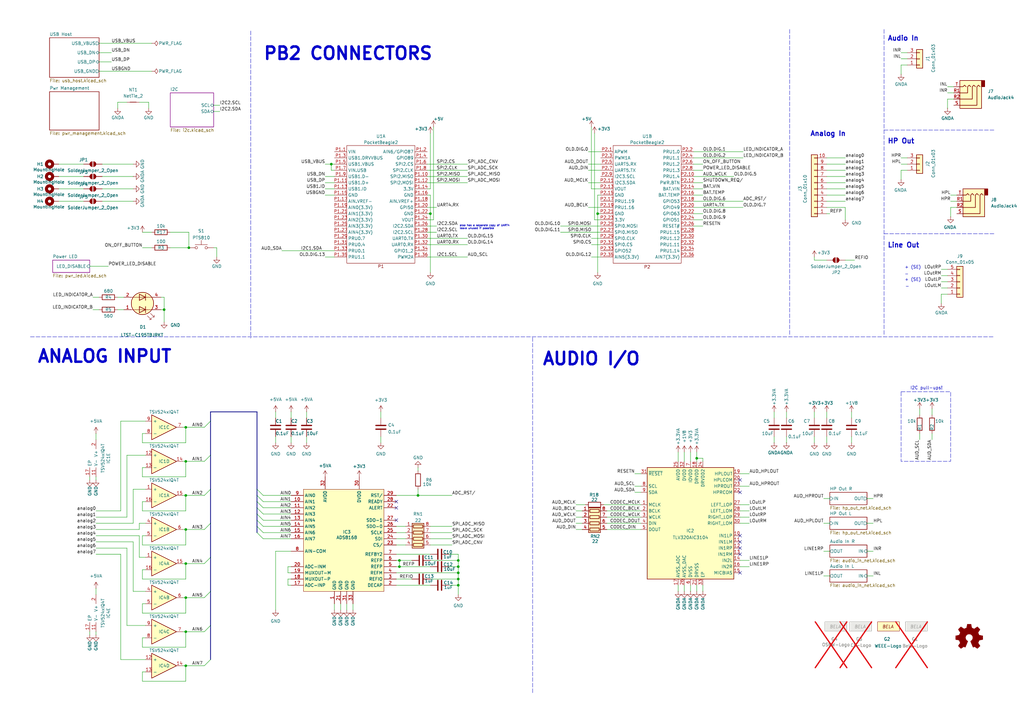
<source format=kicad_sch>
(kicad_sch (version 20250114) (generator "eeschema") (generator_version "9.0")
  (paper "A3")
  (title_block (title "PB2 Bela Mini Proto") (date "2024-11") (rev "rev 1.0") (company "Augmented Instruments Ltd."))
  (rectangle (start -0.254 -69.088) (end 113.792 -11.938))
  (rectangle (start 369.57 160.655) (end 389.89 189.23) (stroke (width 0) (type dash)))
  (text "Line Out" (at 363.982 101.854 0) (effects (font (size 2 2) (thickness 0.4) (bold yes)) (justify left bottom)))
  (text "+ (SE)" (at 374.396 109.728 0) (effects (font (size 1.27 1.27))))
  (text "Analog In\n" (at 332.232 56.134 0) (effects (font (size 2 2) (thickness 0.4) (bold yes)) (justify left bottom)))
  (text "+ (SE)" (at 374.396 114.808 0) (effects (font (size 1.27 1.27))))
  (text "-" (at 371.856 112.522 0) (effects (font (size 1.27 1.27))))
  (text "I2C pull-ups!" (at 379.984 159.258 0) (effects (font (size 1.27 1.27))))
  (text "-" (at 372.11 117.602 0) (effects (font (size 1.27 1.27))))
  (text "AUDIO I/O" (at 242.57 147.32 0) (effects (font (size 5.08 5.08) (thickness 1.016) (bold yes))))
  (text "ANALOG INPUT" (at 42.926 146.304 0) (effects (font (size 5.08 5.08) (thickness 1.016) (bold yes))))
  (text "Old PocketBeagle connectors" (at 58.928 -71.374 0) (effects (font (size 2 2)) (justify bottom)))
  (text "Audio In" (at 363.982 17.018 0) (effects (font (size 2 2) (thickness 0.4) (bold yes)) (justify left bottom)))
  (text "PB2 CONNECTORS" (at 142.748 22.098 0) (effects (font (size 5.08 5.08) (thickness 1.016) (bold yes))))
  (text "also has a separate copy of UART4\nleave unused if possible\n" (at 188.468 93.218 0) (effects (font (size 0.75 0.75)) (justify left)))
  (text "HP Out" (at 363.982 59.182 0) (effects (font (size 2 2) (thickness 0.4) (bold yes)) (justify left bottom)))
  (junction (at 187.96 240.03))
  (junction (at 187.96 237.49))
  (junction (at 76.2 231.14))
  (junction (at 135.89 67.31))
  (junction (at 163.83 232.41))
  (junction (at 76.2 245.11))
  (junction (at 76.2 203.2))
  (junction (at 16.51 -55.88))
  (junction (at 76.2 -33.02))
  (junction (at 285.75 187.96))
  (junction (at 76.2 273.05))
  (junction (at 48.26 -48.26))
  (junction (at 245.11 87.63))
  (junction (at 187.96 232.41))
  (junction (at 35.56 -33.02))
  (junction (at 76.2 189.23))
  (junction (at 31.75 -43.18))
  (junction (at 16.51 -43.18))
  (junction (at 76.2 -35.56))
  (junction (at 77.47 101.6))
  (junction (at 171.45 203.2))
  (junction (at 67.31 127))
  (junction (at 176.53 87.63))
  (junction (at 163.83 229.87))
  (junction (at 76.2 217.17))
  (junction (at 76.2 175.26))
  (junction (at 187.96 229.87))
  (junction (at 187.96 234.95))
  (junction (at 76.2 259.08))
  (no_connect (at 30.48 -20.32))
  (no_connect (at 303.53 234.95))
  (no_connect (at 162.56 208.28))
  (no_connect (at 303.53 224.79))
  (no_connect (at 80.01 -30.48))
  (no_connect (at 17.78 -27.94))
  (no_connect (at 80.01 -50.8))
  (no_connect (at 17.78 -40.64))
  (no_connect (at 92.71 -33.02))
  (no_connect (at 30.48 -38.1))
  (no_connect (at 303.53 222.25))
  (no_connect (at 92.71 -53.34))
  (no_connect (at 303.53 201.93))
  (no_connect (at 80.01 -45.72))
  (no_connect (at 80.01 -58.42))
  (no_connect (at 80.01 -38.1))
  (no_connect (at 92.71 -17.78))
  (no_connect (at 17.78 -58.42))
  (no_connect (at 80.01 -27.94))
  (no_connect (at 303.53 219.71))
  (no_connect (at 303.53 227.33))
  (no_connect (at 80.01 -20.32))
  (no_connect (at 162.56 213.36))
  (no_connect (at 30.48 -40.64))
  (no_connect (at 80.01 -53.34))
  (no_connect (at 92.71 -35.56))
  (no_connect (at 303.53 196.85))
  (no_connect (at 92.71 -55.88))
  (no_connect (at 17.78 -35.56))
  (no_connect (at 17.78 -30.48))
  (no_connect (at 92.71 -38.1))
  (no_connect (at 162.56 205.74))
  (no_connect (at 80.01 -48.26))
  (no_connect (at 17.78 -60.96))
  (no_connect (at 80.01 -60.96))
  (no_connect (at 80.01 -55.88))
  (no_connect (at 92.71 -48.26))
  (no_connect (at 92.71 -45.72))
  (no_connect (at 92.71 -27.94))
  (no_connect (at 30.48 -22.86))
  (no_connect (at 17.78 -33.02))
  (no_connect (at 92.71 -43.18))
  (no_connect (at 92.71 -60.96))
  (no_connect (at 80.01 -22.86))
  (no_connect (at 92.71 -50.8))
  (no_connect (at 17.78 -38.1))
  (no_connect (at 92.71 -58.42))
  (no_connect (at 80.01 -25.4))
  (no_connect (at 92.71 -40.64))
  (no_connect (at 17.78 -22.86))
  (no_connect (at 80.01 -17.78))
  (no_connect (at 30.48 -25.4))
  (no_connect (at 80.01 -33.02))
  (no_connect (at 17.78 -17.78))
  (bus_entry (at 107.95 208.28) (size -2.54 -2.54))
  (bus_entry (at 107.95 213.36) (size -2.54 -2.54))
  (bus_entry (at 107.95 215.9) (size -2.54 -2.54))
  (bus_entry (at 83.82 245.11) (size 2.54 -2.54))
  (bus_entry (at 83.82 259.08) (size 2.54 -2.54))
  (bus_entry (at 107.95 220.98) (size -2.54 -2.54))
  (bus_entry (at 107.95 205.74) (size -2.54 -2.54))
  (bus_entry (at 83.82 273.05) (size 2.54 -2.54))
  (bus_entry (at 107.95 203.2) (size -2.54 -2.54))
  (bus_entry (at 107.95 218.44) (size -2.54 -2.54))
  (bus_entry (at 83.82 217.17) (size 2.54 -2.54))
  (bus_entry (at 83.82 203.2) (size 2.54 -2.54))
  (bus_entry (at 107.95 210.82) (size -2.54 -2.54))
  (bus_entry (at 83.82 189.23) (size 2.54 -2.54))
  (bus_entry (at 83.82 231.14) (size 2.54 -2.54))
  (bus_entry (at 83.82 175.26) (size 2.54 -2.54))
  (wire (pts (xy 346.71 85.09) (xy 346.71 90.17)))
  (wire (pts (xy 171.45 200.66) (xy 171.45 203.2)))
  (wire (pts (xy 76.2 189.23) (xy 74.93 189.23)))
  (wire (pts (xy 346.71 64.77) (xy 339.09 64.77)))
  (wire (pts (xy 386.08 110.49) (xy 388.62 110.49)))
  (wire (pts (xy 303.53 212.09) (xy 307.34 212.09)))
  (wire (pts (xy 246.38 90.17) (xy 243.84 90.17)))
  (wire (pts (xy 67.31 121.92) (xy 66.04 121.92)))
  (wire (pts (xy 76.2 273.05) (xy 74.93 273.05)))
  (wire (pts (xy 133.35 67.31) (xy 135.89 67.31)))
  (wire (pts (xy 49.53 209.55) (xy 49.53 172.72)))
  (wire (pts (xy 337.82 226.06) (xy 340.36 226.06)))
  (wire (pts (xy 284.48 92.71) (xy 288.29 92.71)))
  (wire (pts (xy 175.26 95.25) (xy 179.07 95.25)))
  (wire (pts (xy 337.82 236.22) (xy 340.36 236.22)))
  (wire (pts (xy 288.29 240.03) (xy 288.29 242.57)))
  (bus (pts (xy 86.36 214.63) (xy 86.36 228.6)))
  (wire (pts (xy 163.83 229.87) (xy 163.83 232.41)))
  (wire (pts (xy 317.5 168.91) (xy 317.5 171.45)))
  (wire (pts (xy 260.35 194.31) (xy 262.89 194.31)))
  (wire (pts (xy 76.2 209.55) (xy 76.2 203.2)))
  (wire (pts (xy 118.11 234.95) (xy 119.38 234.95)))
  (wire (pts (xy 369.57 26.67) (xy 372.11 26.67)))
  (wire (pts (xy 58.42 181.61) (xy 76.2 181.61)))
  (bus (pts (xy 86.36 168.91) (xy 86.36 172.72)))
  (wire (pts (xy 285.75 185.42) (xy 285.75 187.96)))
  (wire (pts (xy 248.92 209.55) (xy 262.89 209.55)))
  (wire (pts (xy 58.42 191.77) (xy 58.42 195.58)))
  (wire (pts (xy 36.83 260.35) (xy 36.83 259.08)))
  (wire (pts (xy 24.13 72.39) (xy 34.29 72.39)))
  (wire (pts (xy 16.51 -53.34) (xy 17.78 -53.34)))
  (wire (pts (xy 133.35 80.01) (xy 137.16 80.01)))
  (wire (pts (xy 39.37 212.09) (xy 52.07 212.09)))
  (wire (pts (xy 162.56 203.2) (xy 171.45 203.2)))
  (wire (pts (xy 175.26 85.09) (xy 179.07 85.09)))
  (wire (pts (xy 76.2 265.43) (xy 76.2 259.08)))
  (wire (pts (xy 39.37 177.8) (xy 39.37 180.34)))
  (wire (pts (xy 284.48 82.55) (xy 304.8 82.55)))
  (wire (pts (xy 119.38 168.91) (xy 119.38 171.45)))
  (wire (pts (xy 389.89 80.01) (xy 392.43 80.01)))
  (wire (pts (xy 24.13 82.55) (xy 34.29 82.55)))
  (wire (pts (xy 12.7 -25.4) (xy 17.78 -25.4)))
  (wire (pts (xy 58.42 177.8) (xy 59.69 177.8)))
  (polyline (pts (xy 12.446 138.176) (xy 407.416 138.176)) (stroke (width 0) (type dash)))
  (wire (pts (xy 87.63 101.6) (xy 88.9 101.6)))
  (wire (pts (xy 76.2 175.26) (xy 74.93 175.26)))
  (wire (pts (xy 187.96 229.87) (xy 187.96 232.41)))
  (wire (pts (xy 137.16 247.65) (xy 137.16 250.19)))
  (wire (pts (xy 346.71 80.01) (xy 339.09 80.01)))
  (polyline (pts (xy 362.585 12.065) (xy 362.585 137.795)) (stroke (width 0) (type dash)))
  (wire (pts (xy 36.83 196.85) (xy 36.83 195.58)))
  (wire (pts (xy 245.11 80.01) (xy 246.38 80.01)))
  (wire (pts (xy 303.53 232.41) (xy 307.34 232.41)))
  (wire (pts (xy 236.22 207.01) (xy 240.03 207.01)))
  (wire (pts (xy 76.2 -31.75) (xy 76.2 -33.02)))
  (wire (pts (xy 52.07 224.79) (xy 52.07 256.54)))
  (wire (pts (xy 39.37 217.17) (xy 57.15 217.17)))
  (wire (pts (xy 52.07 186.69) (xy 59.69 186.69)))
  (wire (pts (xy 334.01 105.41) (xy 334.01 106.68)))
  (wire (pts (xy 369.57 67.31) (xy 372.11 67.31)))
  (wire (pts (xy 334.01 179.07) (xy 334.01 181.61)))
  (wire (pts (xy 175.26 105.41) (xy 191.77 105.41)))
  (bus (pts (xy 105.41 210.82) (xy 105.41 208.28)))
  (wire (pts (xy 241.3 69.85) (xy 246.38 69.85)))
  (wire (pts (xy 76.2 -43.18) (xy 76.2 -35.56)))
  (wire (pts (xy 76.2 231.14) (xy 74.93 231.14)))
  (wire (pts (xy 107.95 205.74) (xy 119.38 205.74)))
  (wire (pts (xy 175.26 87.63) (xy 176.53 87.63)))
  (wire (pts (xy 285.75 187.96) (xy 285.75 189.23)))
  (wire (pts (xy 40.64 17.78) (xy 62.23 17.78)))
  (wire (pts (xy 40.64 29.21) (xy 62.23 29.21)))
  (bus (pts (xy 86.36 242.57) (xy 86.36 256.54)))
  (wire (pts (xy 176.53 87.63) (xy 176.53 111.76)))
  (wire (pts (xy 175.26 90.17) (xy 177.8 90.17)))
  (wire (pts (xy 280.67 240.03) (xy 280.67 242.57)))
  (wire (pts (xy 242.57 100.33) (xy 246.38 100.33)))
  (wire (pts (xy 30.48 -33.02) (xy 35.56 -33.02)))
  (wire (pts (xy 52.07 212.09) (xy 52.07 186.69)))
  (wire (pts (xy 76.2 245.11) (xy 74.93 245.11)))
  (wire (pts (xy 187.96 240.03) (xy 187.96 243.84)))
  (wire (pts (xy 76.2 -33.02) (xy 76.2 -35.56)))
  (wire (pts (xy 58.42 261.62) (xy 58.42 265.43)))
  (wire (pts (xy 76.2 223.52) (xy 76.2 217.17)))
  (wire (pts (xy 107.95 220.98) (xy 119.38 220.98)))
  (wire (pts (xy 184.15 232.41) (xy 187.96 232.41)))
  (wire (pts (xy 48.26 -50.8) (xy 48.26 -48.26)))
  (wire (pts (xy 57.15 217.17) (xy 57.15 214.63)))
  (wire (pts (xy 175.26 72.39) (xy 191.77 72.39)))
  (wire (pts (xy 57.15 41.91) (xy 60.96 41.91)))
  (wire (pts (xy 284.48 62.23) (xy 304.8 62.23)))
  (wire (pts (xy 118.11 232.41) (xy 119.38 232.41)))
  (wire (pts (xy 369.57 69.85) (xy 369.57 73.66)))
  (wire (pts (xy 30.48 -35.56) (xy 31.75 -35.56)))
  (wire (pts (xy 76.2 181.61) (xy 76.2 175.26)))
  (wire (pts (xy 334.01 106.68) (xy 339.09 106.68)))
  (wire (pts (xy 11.43 -48.26) (xy 17.78 -48.26)))
  (wire (pts (xy 58.42 265.43) (xy 76.2 265.43)))
  (wire (pts (xy 39.37 214.63) (xy 54.61 214.63)))
  (wire (pts (xy 171.45 203.2) (xy 185.42 203.2)))
  (wire (pts (xy 58.42 233.68) (xy 58.42 237.49)))
  (wire (pts (xy 30.48 -43.18) (xy 31.75 -43.18)))
  (wire (pts (xy 58.42 275.59) (xy 58.42 279.4)))
  (wire (pts (xy 175.26 74.93) (xy 191.77 74.93)))
  (wire (pts (xy 339.09 179.07) (xy 339.09 181.61)))
  (wire (pts (xy 52.07 41.91) (xy 48.26 41.91)))
  (wire (pts (xy 77.47 95.25) (xy 77.47 101.6)))
  (wire (pts (xy 133.35 105.41) (xy 137.16 105.41)))
  (wire (pts (xy 35.56 -34.29) (xy 35.56 -33.02)))
  (wire (pts (xy 280.67 185.42) (xy 280.67 189.23)))
  (wire (pts (xy 245.11 87.63) (xy 245.11 80.01)))
  (wire (pts (xy 119.38 179.07) (xy 119.38 181.61)))
  (wire (pts (xy 288.29 67.31) (xy 284.48 67.31)))
  (wire (pts (xy 48.26 121.92) (xy 50.8 121.92)))
  (wire (pts (xy 346.71 72.39) (xy 339.09 72.39)))
  (wire (pts (xy 278.13 185.42) (xy 278.13 189.23)))
  (bus (pts (xy 105.41 205.74) (xy 105.41 203.2)))
  (wire (pts (xy 176.53 220.98) (xy 185.42 220.98)))
  (wire (pts (xy 76.2 259.08) (xy 83.82 259.08)))
  (wire (pts (xy 176.53 54.61) (xy 176.53 77.47)))
  (wire (pts (xy 11.43 -50.8) (xy 17.78 -50.8)))
  (wire (pts (xy 389.89 85.09) (xy 389.89 88.9)))
  (wire (pts (xy 242.57 105.41) (xy 246.38 105.41)))
  (wire (pts (xy 54.61 222.25) (xy 54.61 242.57)))
  (wire (pts (xy 386.08 120.65) (xy 386.08 124.46)))
  (wire (pts (xy 58.42 247.65) (xy 58.42 251.46)))
  (wire (pts (xy 156.21 168.91) (xy 156.21 171.45)))
  (wire (pts (xy 107.95 210.82) (xy 119.38 210.82)))
  (bus (pts (xy 105.41 208.28) (xy 105.41 205.74)))
  (wire (pts (xy 67.31 121.92) (xy 67.31 127)))
  (wire (pts (xy 337.82 204.47) (xy 340.36 204.47)))
  (wire (pts (xy 11.43 -43.18) (xy 16.51 -43.18)))
  (wire (pts (xy 30.48 -50.8) (xy 31.75 -50.8)))
  (wire (pts (xy 163.83 232.41) (xy 162.56 232.41)))
  (wire (pts (xy 57.15 228.6) (xy 59.69 228.6)))
  (wire (pts (xy 176.53 229.87) (xy 187.96 229.87)))
  (wire (pts (xy 382.27 180.34) (xy 382.27 177.8)))
  (wire (pts (xy 30.48 -58.42) (xy 34.29 -58.42)))
  (wire (pts (xy 76.2 195.58) (xy 76.2 189.23)))
  (wire (pts (xy 54.61 242.57) (xy 59.69 242.57)))
  (wire (pts (xy 369.57 26.67) (xy 369.57 30.48)))
  (wire (pts (xy 369.57 24.13) (xy 372.11 24.13)))
  (bus (pts (xy 105.41 168.91) (xy 86.36 168.91)))
  (wire (pts (xy 76.2 217.17) (xy 83.82 217.17)))
  (wire (pts (xy 54.61 200.66) (xy 59.69 200.66)))
  (wire (pts (xy 388.62 40.64) (xy 391.16 40.64)))
  (wire (pts (xy 31.75 -43.18) (xy 39.37 -43.18)))
  (wire (pts (xy 41.91 72.39) (xy 54.61 72.39)))
  (wire (pts (xy 175.26 97.79) (xy 191.77 97.79)))
  (wire (pts (xy 175.26 100.33) (xy 191.77 100.33)))
  (wire (pts (xy 58.42 233.68) (xy 59.69 233.68)))
  (wire (pts (xy 48.26 -48.26) (xy 48.26 -45.72)))
  (bus (pts (xy 86.36 186.69) (xy 86.36 200.66)))
  (wire (pts (xy 176.53 223.52) (xy 185.42 223.52)))
  (wire (pts (xy 133.35 72.39) (xy 137.16 72.39)))
  (wire (pts (xy 303.53 214.63) (xy 307.34 214.63)))
  (wire (pts (xy 346.71 82.55) (xy 339.09 82.55)))
  (wire (pts (xy 303.53 199.39) (xy 307.34 199.39)))
  (wire (pts (xy 346.71 67.31) (xy 339.09 67.31)))
  (wire (pts (xy 241.3 85.09) (xy 246.38 85.09)))
  (wire (pts (xy 386.08 115.57) (xy 388.62 115.57)))
  (wire (pts (xy 16.51 -43.18) (xy 17.78 -43.18)))
  (wire (pts (xy 285.75 240.03) (xy 285.75 242.57)))
  (wire (pts (xy 176.53 80.01) (xy 175.26 80.01)))
  (wire (pts (xy 242.57 97.79) (xy 246.38 97.79)))
  (wire (pts (xy 76.2 273.05) (xy 83.82 273.05)))
  (wire (pts (xy 49.53 172.72) (xy 59.69 172.72)))
  (bus (pts (xy 86.36 200.66) (xy 86.36 214.63)))
  (wire (pts (xy 162.56 223.52) (xy 166.37 223.52)))
  (wire (pts (xy 339.09 87.63) (xy 340.36 87.63)))
  (wire (pts (xy 248.92 214.63) (xy 262.89 214.63)))
  (wire (pts (xy 40.64 21.59) (xy 45.72 21.59)))
  (wire (pts (xy 113.03 168.91) (xy 113.03 171.45)))
  (wire (pts (xy 163.83 229.87) (xy 168.91 229.87)))
  (wire (pts (xy 58.42 237.49) (xy 76.2 237.49)))
  (wire (pts (xy 139.7 247.65) (xy 139.7 250.19)))
  (wire (pts (xy 377.19 180.34) (xy 377.19 177.8)))
  (wire (pts (xy 76.2 279.4) (xy 76.2 273.05)))
  (wire (pts (xy 107.95 215.9) (xy 119.38 215.9)))
  (wire (pts (xy 187.96 227.33) (xy 184.15 227.33)))
  (bus (pts (xy 105.41 213.36) (xy 105.41 210.82)))
  (wire (pts (xy 16.51 -55.88) (xy 17.78 -55.88)))
  (wire (pts (xy 58.42 205.74) (xy 58.42 209.55)))
  (wire (pts (xy 48.26 127) (xy 50.8 127)))
  (wire (pts (xy 41.91 82.55) (xy 54.61 82.55)))
  (wire (pts (xy 176.53 218.44) (xy 185.42 218.44)))
  (wire (pts (xy 346.71 69.85) (xy 339.09 69.85)))
  (wire (pts (xy 285.75 187.96) (xy 288.29 187.96)))
  (wire (pts (xy 39.37 260.35) (xy 39.37 259.08)))
  (wire (pts (xy 241.3 62.23) (xy 246.38 62.23)))
  (wire (pts (xy 142.24 247.65) (xy 142.24 250.19)))
  (wire (pts (xy 58.42 177.8) (xy 58.42 181.61)))
  (wire (pts (xy 24.13 77.47) (xy 34.29 77.47)))
  (wire (pts (xy 58.42 219.71) (xy 59.69 219.71)))
  (wire (pts (xy 39.37 209.55) (xy 49.53 209.55)))
  (wire (pts (xy 118.11 237.49) (xy 119.38 237.49)))
  (wire (pts (xy 58.42 209.55) (xy 76.2 209.55)))
  (wire (pts (xy 119.38 226.06) (xy 113.03 226.06)))
  (wire (pts (xy 284.48 90.17) (xy 288.29 90.17)))
  (wire (pts (xy 38.1 121.92) (xy 40.64 121.92)))
  (wire (pts (xy 30.48 -53.34) (xy 31.75 -53.34)))
  (wire (pts (xy 184.15 240.03) (xy 187.96 240.03)))
  (wire (pts (xy 38.1 127) (xy 40.64 127)))
  (wire (pts (xy 236.22 209.55) (xy 238.76 209.55)))
  (wire (pts (xy 284.48 64.77) (xy 304.8 64.77)))
  (wire (pts (xy 322.58 179.07) (xy 322.58 181.61)))
  (wire (pts (xy 248.92 212.09) (xy 262.89 212.09)))
  (wire (pts (xy 30.48 -60.96) (xy 34.29 -60.96)))
  (wire (pts (xy 125.73 168.91) (xy 125.73 171.45)))
  (wire (pts (xy 40.64 25.4) (xy 45.72 25.4)))
  (wire (pts (xy 283.21 240.03) (xy 283.21 242.57)))
  (wire (pts (xy 113.03 179.07) (xy 113.03 181.61)))
  (wire (pts (xy 322.58 168.91) (xy 322.58 171.45)))
  (wire (pts (xy 317.5 179.07) (xy 317.5 181.61)))
  (wire (pts (xy 92.71 -25.4) (xy 96.52 -25.4)))
  (wire (pts (xy 369.57 64.77) (xy 372.11 64.77)))
  (wire (pts (xy 59.69 270.51) (xy 49.53 270.51)))
  (wire (pts (xy 246.38 77.47) (xy 242.57 77.47)))
  (wire (pts (xy 107.95 203.2) (xy 119.38 203.2)))
  (polyline (pts (xy 218.44 138.43) (xy 218.44 284.48)) (stroke (width 0) (type dash)))
  (wire (pts (xy 135.89 67.31) (xy 135.89 69.85)))
  (wire (pts (xy 58.42 191.77) (xy 59.69 191.77)))
  (wire (pts (xy 41.91 77.47) (xy 54.61 77.47)))
  (wire (pts (xy 241.3 74.93) (xy 246.38 74.93)))
  (wire (pts (xy 113.03 226.06) (xy 113.03 250.19)))
  (wire (pts (xy 349.25 181.61) (xy 349.25 179.07)))
  (wire (pts (xy 163.83 229.87) (xy 162.56 229.87)))
  (wire (pts (xy 11.43 -55.88) (xy 16.51 -55.88)))
  (wire (pts (xy 229.87 92.71) (xy 246.38 92.71)))
  (wire (pts (xy 30.48 -45.72) (xy 48.26 -45.72)))
  (wire (pts (xy 377.19 167.64) (xy 377.19 170.18)))
  (polyline (pts (xy 362.585 95.885) (xy 407.67 95.885)) (stroke (width 0) (type dash)))
  (polyline (pts (xy 102.87 12.7) (xy 102.87 138.684)) (stroke (width 0) (type dash)))
  (bus (pts (xy 105.41 215.9) (xy 105.41 213.36)))
  (wire (pts (xy 76.2 245.11) (xy 83.82 245.11)))
  (wire (pts (xy 39.37 222.25) (xy 54.61 222.25)))
  (wire (pts (xy 36.83 109.22) (xy 44.45 109.22)))
  (wire (pts (xy 369.57 69.85) (xy 372.11 69.85)))
  (wire (pts (xy 76.2 203.2) (xy 83.82 203.2)))
  (wire (pts (xy 16.51 -53.34) (xy 16.51 -55.88)))
  (wire (pts (xy 176.53 80.01) (xy 176.53 87.63)))
  (wire (pts (xy 144.78 247.65) (xy 144.78 250.19)))
  (wire (pts (xy 162.56 220.98) (xy 166.37 220.98)))
  (wire (pts (xy 389.89 85.09) (xy 392.43 85.09)))
  (wire (pts (xy 386.08 120.65) (xy 388.62 120.65)))
  (wire (pts (xy 163.83 232.41) (xy 176.53 232.41)))
  (wire (pts (xy 346.71 74.93) (xy 339.09 74.93)))
  (wire (pts (xy 358.14 236.22) (xy 355.6 236.22)))
  (bus (pts (xy 86.36 172.72) (xy 86.36 186.69)))
  (wire (pts (xy 388.62 35.56) (xy 391.16 35.56)))
  (wire (pts (xy 369.57 21.59) (xy 372.11 21.59)))
  (wire (pts (xy 303.53 194.31) (xy 307.34 194.31)))
  (wire (pts (xy 92.71 -30.48) (xy 96.52 -30.48)))
  (wire (pts (xy 260.35 199.39) (xy 262.89 199.39)))
  (wire (pts (xy 58.42 223.52) (xy 76.2 223.52)))
  (wire (pts (xy 76.2 237.49) (xy 76.2 231.14)))
  (wire (pts (xy 31.75 -35.56) (xy 31.75 -43.18)))
  (wire (pts (xy 76.2 217.17) (xy 74.93 217.17)))
  (bus (pts (xy 86.36 256.54) (xy 86.36 270.51)))
  (wire (pts (xy 388.62 40.64) (xy 388.62 44.45)))
  (wire (pts (xy 60.96 41.91) (xy 60.96 44.45)))
  (wire (pts (xy 76.2 189.23) (xy 83.82 189.23)))
  (bus (pts (xy 105.41 218.44) (xy 105.41 215.9)))
  (wire (pts (xy 284.48 77.47) (xy 288.29 77.47)))
  (wire (pts (xy 162.56 227.33) (xy 176.53 227.33)))
  (wire (pts (xy 58.42 261.62) (xy 59.69 261.62)))
  (wire (pts (xy 69.85 95.25) (xy 77.47 95.25)))
  (wire (pts (xy 187.96 234.95) (xy 187.96 232.41)))
  (wire (pts (xy 236.22 217.17) (xy 238.76 217.17)))
  (wire (pts (xy 133.35 74.93) (xy 137.16 74.93)))
  (wire (pts (xy 39.37 -43.18) (xy 39.37 -41.91)))
  (wire (pts (xy 386.08 118.11) (xy 388.62 118.11)))
  (wire (pts (xy 162.56 234.95) (xy 187.96 234.95)))
  (wire (pts (xy 57.15 214.63) (xy 59.69 214.63)))
  (wire (pts (xy 346.71 77.47) (xy 339.09 77.47)))
  (bus (pts (xy 86.36 228.6) (xy 86.36 242.57)))
  (wire (pts (xy 30.48 -27.94) (xy 48.26 -27.94)))
  (wire (pts (xy 58.42 95.25) (xy 62.23 95.25)))
  (wire (pts (xy 135.89 67.31) (xy 137.16 67.31)))
  (wire (pts (xy 74.93 259.08) (xy 76.2 259.08)))
  (wire (pts (xy 57.15 219.71) (xy 57.15 228.6)))
  (wire (pts (xy 48.26 41.91) (xy 48.26 44.45)))
  (wire (pts (xy 358.14 214.63) (xy 355.6 214.63)))
  (wire (pts (xy 90.17 43.18) (xy 87.63 43.18)))
  (bus (pts (xy 105.41 203.2) (xy 105.41 200.66)))
  (wire (pts (xy 242.57 52.07) (xy 242.57 77.47)))
  (wire (pts (xy 303.53 209.55) (xy 307.34 209.55)))
  (wire (pts (xy 246.38 87.63) (xy 245.11 87.63)))
  (wire (pts (xy 92.71 -20.32) (xy 109.22 -20.32)))
  (wire (pts (xy 90.17 45.72) (xy 87.63 45.72)))
  (wire (pts (xy 177.8 52.07) (xy 177.8 90.17)))
  (wire (pts (xy 24.13 67.31) (xy 34.29 67.31)))
  (wire (pts (xy 67.31 127) (xy 66.04 127)))
  (wire (pts (xy 67.31 127) (xy 67.31 132.08)))
  (wire (pts (xy 284.48 80.01) (xy 288.29 80.01)))
  (wire (pts (xy 76.2 231.14) (xy 83.82 231.14)))
  (wire (pts (xy 49.53 227.33) (xy 39.37 227.33)))
  (wire (pts (xy 39.37 196.85) (xy 39.37 195.58)))
  (wire (pts (xy 349.25 168.91) (xy 349.25 171.45)))
  (wire (pts (xy 339.09 85.09) (xy 346.71 85.09)))
  (wire (pts (xy 133.35 77.47) (xy 137.16 77.47)))
  (wire (pts (xy 284.48 72.39) (xy 300.99 72.39)))
  (wire (pts (xy 58.42 195.58) (xy 76.2 195.58)))
  (wire (pts (xy 73.66 -40.64) (xy 80.01 -40.64)))
  (wire (pts (xy 283.21 185.42) (xy 283.21 189.23)))
  (wire (pts (xy 107.95 218.44) (xy 119.38 218.44)))
  (wire (pts (xy 350.52 106.68) (xy 346.71 106.68)))
  (wire (pts (xy 176.53 237.49) (xy 187.96 237.49)))
  (wire (pts (xy 12.7 -20.32) (xy 17.78 -20.32)))
  (bus (pts (xy 105.41 168.91) (xy 105.41 200.66)))
  (wire (pts (xy 118.11 232.41) (xy 118.11 234.95)))
  (wire (pts (xy 284.48 74.93) (xy 288.29 74.93)))
  (wire (pts (xy 187.96 234.95) (xy 187.96 237.49)))
  (wire (pts (xy 288.29 187.96) (xy 288.29 189.23)))
  (wire (pts (xy 76.2 251.46) (xy 76.2 245.11)))
  (wire (pts (xy 125.73 179.07) (xy 125.73 181.61)))
  (wire (pts (xy 175.26 69.85) (xy 191.77 69.85)))
  (wire (pts (xy 118.11 240.03) (xy 119.38 240.03)))
  (wire (pts (xy 74.93 203.2) (xy 76.2 203.2)))
  (wire (pts (xy 175.26 67.31) (xy 191.77 67.31)))
  (wire (pts (xy 39.37 241.3) (xy 39.37 243.84)))
  (wire (pts (xy 58.42 275.59) (xy 59.69 275.59)))
  (wire (pts (xy 58.42 279.4) (xy 76.2 279.4)))
  (wire (pts (xy 115.57 102.87) (xy 137.16 102.87)))
  (wire (pts (xy 39.37 224.79) (xy 52.07 224.79)))
  (wire (pts (xy 41.91 67.31) (xy 54.61 67.31)))
  (wire (pts (xy 76.2 175.26) (xy 83.82 175.26)))
  (wire (pts (xy 162.56 237.49) (xy 168.91 237.49)))
  (wire (pts (xy 236.22 212.09) (xy 238.76 212.09)))
  (wire (pts (xy 284.48 87.63) (xy 288.29 87.63)))
  (wire (pts (xy 58.42 101.6) (xy 62.23 101.6)))
  (wire (pts (xy 58.42 219.71) (xy 58.42 223.52)))
  (wire (pts (xy 187.96 227.33) (xy 187.96 229.87)))
  (wire (pts (xy 260.35 201.93) (xy 262.89 201.93)))
  (wire (pts (xy 54.61 214.63) (xy 54.61 200.66)))
  (wire (pts (xy 107.95 208.28) (xy 119.38 208.28)))
  (wire (pts (xy 135.89 69.85) (xy 137.16 69.85)))
  (wire (pts (xy 245.11 111.76) (xy 245.11 87.63)))
  (wire (pts (xy 236.22 214.63) (xy 238.76 214.63)))
  (wire (pts (xy 389.89 82.55) (xy 392.43 82.55)))
  (wire (pts (xy 118.11 237.49) (xy 118.11 240.03)))
  (polyline (pts (xy 362.585 53.34) (xy 407.67 53.34)) (stroke (width 0) (type dash)))
  (wire (pts (xy 17.78 -45.72) (xy 16.51 -45.72)))
  (wire (pts (xy 303.53 207.01) (xy 307.34 207.01)))
  (wire (pts (xy 278.13 240.03) (xy 278.13 242.57)))
  (wire (pts (xy 339.09 168.91) (xy 339.09 171.45)))
  (wire (pts (xy 30.48 -48.26) (xy 31.75 -48.26)))
  (polyline (pts (xy 323.85 12.065) (xy 323.85 137.795)) (stroke (width 0) (type dash)))
  (wire (pts (xy 382.27 167.64) (xy 382.27 170.18)))
  (wire (pts (xy 107.95 213.36) (xy 119.38 213.36)))
  (wire (pts (xy 358.14 204.47) (xy 355.6 204.47)))
  (wire (pts (xy 76.2 -35.56) (xy 80.01 -35.56)))
  (wire (pts (xy 171.45 191.77) (xy 171.45 193.04)))
  (wire (pts (xy 388.62 38.1) (xy 391.16 38.1)))
  (wire (pts (xy 243.84 54.61) (xy 243.84 90.17)))
  (wire (pts (xy 30.48 -17.78) (xy 34.29 -17.78)))
  (wire (pts (xy 284.48 85.09) (xy 304.8 85.09)))
  (wire (pts (xy 176.53 77.47) (xy 175.26 77.47)))
  (wire (pts (xy 52.07 256.54) (xy 59.69 256.54)))
  (wire (pts (xy 39.37 219.71) (xy 57.15 219.71)))
  (wire (pts (xy 187.96 240.03) (xy 187.96 237.49)))
  (wire (pts (xy 337.82 214.63) (xy 340.36 214.63)))
  (wire (pts (xy 162.56 218.44) (xy 166.37 218.44)))
  (wire (pts (xy 16.51 -45.72) (xy 16.51 -43.18)))
  (wire (pts (xy 92.71 -22.86) (xy 96.52 -22.86)))
  (wire (pts (xy 176.53 215.9) (xy 185.42 215.9)))
  (wire (pts (xy 58.42 205.74) (xy 59.69 205.74)))
  (wire (pts (xy 69.85 101.6) (xy 77.47 101.6)))
  (wire (pts (xy 334.01 168.91) (xy 334.01 171.45)))
  (wire (pts (xy 248.92 217.17) (xy 262.89 217.17)))
  (wire (pts (xy 49.53 270.51) (xy 49.53 227.33)))
  (wire (pts (xy 241.3 67.31) (xy 246.38 67.31)))
  (wire (pts (xy 58.42 247.65) (xy 59.69 247.65)))
  (wire (pts (xy 303.53 229.87) (xy 307.34 229.87)))
  (wire (pts (xy 58.42 251.46) (xy 76.2 251.46)))
  (wire (pts (xy 30.48 -30.48) (xy 44.45 -30.48)))
  (wire (pts (xy 288.29 69.85) (xy 284.48 69.85)))
  (wire (pts (xy 229.87 95.25) (xy 246.38 95.25)))
  (wire (pts (xy 386.08 113.03) (xy 388.62 113.03)))
  (wire (pts (xy 88.9 101.6) (xy 88.9 105.41)))
  (wire (pts (xy 175.26 92.71) (xy 179.07 92.71)))
  (wire (pts (xy 80.01 -43.18) (xy 76.2 -43.18)))
  (wire (pts (xy 162.56 240.03) (xy 176.53 240.03)))
  (wire (pts (xy 247.65 207.01) (xy 262.89 207.01)))
  (wire (pts (xy 30.48 -55.88) (xy 31.75 -55.88)))
  (wire (pts (xy 358.14 226.06) (xy 355.6 226.06)))
  (wire (pts (xy 162.56 215.9) (xy 166.37 215.9)))
  (wire (pts (xy 156.21 181.61) (xy 156.21 179.07)))
  (label "RESETN" (at 260.35 194.31 180))
  (label "AUD_SCL" (at 377.19 180.34 270))
  (label "analog3" (at 346.71 72.39 0))
  (label "SHUTDOWN_REQ{slash}" (at 288.29 74.93 0))
  (label "AUD_HPROUT" (at 337.82 204.47 180))
  (label "RESETN" (at 96.52 -30.48 0))
  (label "analog2" (at 346.71 69.85 0))
  (label "analog4" (at 346.71 74.93 0))
  (label "LOutLM" (at 386.08 118.11 180))
  (label "SPI_ADC_MOSI" (at 185.42 220.98 0))
  (label "SPI2.CS" (at 179.07 67.31 0))
  (label "AIN3" (at 78.74 217.17 0))
  (label "AUD_HPROUT" (at 307.34 199.39 0))
  (label "analog4" (at 39.37 219.71 180))
  (label "OLD.DIG.2" (at 288.29 64.77 0))
  (label "AUD_SDA" (at 382.27 180.34 270))
  (label "LINE1RP" (at 337.82 226.06 180))
  (label "USB_DN" (at 133.35 72.39 180))
  (label "AUD_BCLK" (at 34.29 -17.78 0))
  (label "LOutRM" (at 307.34 214.63 0))
  (label "USB_DP" (at 11.43 -48.26 180))
  (label "LINE1LP" (at 337.82 236.22 180))
  (label "USB_VBUS" (at 45.72 17.78 0))
  (label "USBGND" (at 133.35 80.01 180))
  (label "SPI2.MOSI" (at 179.07 74.93 0))
  (label "LOutLM" (at 307.34 209.55 0))
  (label "AUD_WCLK" (at 288.29 72.39 0))
  (label "AUD_HPLOUT" (at 337.82 214.63 180))
  (label "I2C2.SDA" (at 90.17 45.72 0))
  (label "AUD_SDA" (at 115.57 102.87 180))
  (label "REFP" (at 165.1 232.41 0))
  (label "OLD.DIG.9" (at 288.29 90.17 0))
  (label "AIN7" (at 119.38 220.98 180))
  (label "AIN4" (at 78.74 231.14 0))
  (label "AUD_WCLK" (at 236.22 212.09 180))
  (label "USB_DN" (at 11.43 -50.8 180))
  (label "analog5" (at 39.37 222.25 180))
  (label "SCL" (at 39.37 -27.94 0))
  (label "LED_INDICATOR_A" (at 304.8 62.23 0))
  (label "AUD_DOUT" (at 96.52 -25.4 0))
  (label "UART4.TX" (at 288.29 85.09 0))
  (label "ON_OFF_BUTTON" (at 58.42 101.6 180))
  (label "OLD.DIG.5" (at 300.99 72.39 0))
  (label "LOutRP" (at 307.34 212.09 0))
  (label "BAT.TEMP" (at 288.29 80.01 0))
  (label "SPI0.CLK" (at 242.57 97.79 180))
  (label "SPI0.MOSI" (at 242.57 92.71 180))
  (label "HPL" (at 369.57 67.31 180))
  (label "INL" (at 358.14 236.22 0))
  (label "INL" (at 369.57 24.13 180))
  (label "analog2" (at 39.37 214.63 180))
  (label "AIN3" (at 119.38 210.82 180))
  (label "LED_INDICATOR_B" (at 34.29 -58.42 0))
  (label "SPI_ADC_CNV" (at 185.42 223.52 0))
  (label "AIN0" (at 78.74 175.26 0))
  (label "SPI_ADC_SCK" (at 191.77 69.85 0))
  (label "OLD.DIG.11" (at 229.87 95.25 180))
  (label "AUD_DIN" (at 241.3 69.85 180))
  (label "AIN5" (at 78.74 245.11 0))
  (label "BAT.VIN" (at 288.29 77.47 0))
  (label "SPI0.CS" (at 242.57 100.33 180))
  (label "analog7" (at 39.37 227.33 180))
  (label "SHUTDOWN_REQ{slash}" (at 92.71 -20.32 0))
  (label "OLD.DIG.8" (at 288.29 87.63 0))
  (label "CODEC_MCLK" (at 250.19 207.01 0))
  (label "I2C1.SDA" (at 132.08 102.87 180))
  (label "LINE1LP" (at 307.34 229.87 0))
  (label "USB_VBUS" (at 11.43 -55.88 180))
  (label "SPI_ADC_CNV" (at 191.77 67.31 0))
  (label "LOutRP" (at 386.08 110.49 180))
  (label "OLD.DIG.12" (at 242.57 105.41 180))
  (label "OLD.DIG.14" (at 191.77 100.33 0))
  (label "LINE1RP" (at 307.34 232.41 0))
  (label "AIN1" (at 78.74 189.23 0))
  (label "HPR" (at 369.57 64.77 180))
  (label "AIN5" (at 119.38 215.9 180))
  (label "AUD_BCLK" (at 236.22 209.55 180))
  (label "USBGND" (at 45.72 29.21 0))
  (label "INR" (at 358.14 226.06 0))
  (label "INR" (at 369.57 21.59 180))
  (label "I2C2.SCL" (at 179.07 95.25 0))
  (label "AIN2" (at 78.74 203.2 0))
  (label "AIN0" (at 119.38 203.2 180))
  (label "SDA" (at 39.37 -30.48 0))
  (label "SPI_ADC_MOSI" (at 191.77 74.93 0))
  (label "UART0.TX" (at 179.07 97.79 0))
  (label "OLD.DIG.10" (at 229.87 92.71 180))
  (label "CODEC_DIN" (at 250.19 217.17 0))
  (label "AUD_HPLOUT" (at 307.34 194.31 0))
  (label "RESETN" (at 288.29 92.71 0))
  (label "INL" (at 388.62 35.56 180))
  (label "AUD_WCLK" (at 12.7 -20.32 180))
  (label "HPR" (at 389.89 82.55 180))
  (label "INR" (at 388.62 38.1 180))
  (label "AIN6" (at 78.74 259.08 0))
  (label "UART4.RX" (at 179.07 85.09 0))
  (label "SPI_ADC_SCK" (at 185.42 218.44 0))
  (label "AIN4" (at 119.38 213.36 180))
  (label "AUD_DOUT" (at 236.22 214.63 180))
  (label "I2C1.SCL" (at 179.07 105.41 0))
  (label "analog0" (at 346.71 64.77 0))
  (label "OLD.DIG.7" (at 304.8 85.09 0))
  (label "HPR" (at 358.14 204.47 0))
  (label "analog0" (at 39.37 209.55 180))
  (label "AUD_DIN" (at 236.22 217.17 180))
  (label "USB_DP" (at 45.72 25.4 0))
  (label "SPI0.MISO" (at 242.57 95.25 180))
  (label "AUD_DIN" (at 96.52 -22.86 0))
  (label "AUD_MCLK" (at 12.7 -25.4 180))
  (label "I2C2.SDA" (at 179.07 92.71 0))
  (label "AIN7" (at 78.74 273.05 0))
  (label "AIN1" (at 119.38 205.74 180))
  (label "analog7" (at 346.71 82.55 0))
  (label "LED_INDICATOR_A" (at 38.1 121.92 180))
  (label "SPI2.MISO" (at 179.07 72.39 0))
  (label "AUD_BCLK" (at 241.3 85.09 180))
  (label "AUD_SCL" (at 260.35 199.39 180))
  (label "AIN6" (at 119.38 218.44 180))
  (label "analog6" (at 39.37 224.79 180))
  (label "ADC_RST{slash}" (at 304.8 82.55 0))
  (label "LOutLP" (at 386.08 115.57 180))
  (label "AUD_DOUT" (at 241.3 67.31 180))
  (label "POWER_LED_DISABLE" (at 44.45 109.22 0))
  (label "HPL" (at 389.89 80.01 180))
  (label "HPL" (at 358.14 214.63 0))
  (label "analog1" (at 346.71 67.31 0))
  (label "AUD_SCL" (at 191.77 105.41 0))
  (label "LOutLP" (at 307.34 207.01 0))
  (label "AUD_MCLK" (at 236.22 207.01 180))
  (label "POWER_LED_DISABLE" (at 288.29 69.85 0))
  (label "REFIO" (at 163.83 237.49 0))
  (label "USBGND" (at 11.43 -43.18 180))
  (label "ON_OFF_BUTTON" (at 288.29 67.31 0))
  (label "CODEC_DOUT" (at 250.19 214.63 0))
  (label "OLD.DIG.1" (at 288.29 62.23 0))
  (label "analog3" (at 39.37 217.17 180))
  (label "OLD.DIG.6" (at 288.29 82.55 0))
  (label "CODEC_WCLK" (at 250.19 212.09 0))
  (label "SPI_ADC_MISO" (at 191.77 72.39 0))
  (label "analog5" (at 346.71 77.47 0))
  (label "USB1.ID" (at 133.35 77.47 180))
  (label "LOutRM" (at 386.08 113.03 180))
  (label "UART0.RX" (at 179.07 100.33 0))
  (label "SPI2.CLK" (at 179.07 69.85 0))
  (label "SPI_ADC_MISO" (at 185.42 215.9 0))
  (label "AUD_SDA" (at 260.35 201.93 180))
  (label "USB_VBUS" (at 133.35 67.31 180))
  (label "analog6" (at 346.71 80.01 0))
  (label "USB_DN" (at 45.72 21.59 0))
  (label "OLD.DIG.13" (at 133.35 105.41 180))
  (label "REFIO" (at 350.52 106.68 0))
  (label "I2C2.SCL" (at 90.17 43.18 0))
  (label "analog1" (at 39.37 212.09 180))
  (label "OLD.DIG.0" (at 241.3 62.23 180))
  (label "AUD_MCLK" (at 241.3 74.93 180))
  (label "USB_DP" (at 133.35 74.93 180))
  (label "CODEC_BCLK" (at 250.19 209.55 0))
  (label "LED_INDICATOR_A" (at 34.29 -60.96 0))
  (label "LED_INDICATOR_B" (at 38.1 127 180))
  (label "OLD.DIG.15" (at 191.77 97.79 0))
  (label "AIN2" (at 119.38 208.28 180))
  (label "ADC_RST{slash}" (at 185.42 203.2 0))
  (label "LED_INDICATOR_B" (at 304.8 64.77 0))
  (label "REFP" (at 340.36 87.63 0))
  (global_label "SPI_ADC_CNV" (shape input) (at 31.75 -55.88 0) (property "Intersheetrefs" "${INTERSHEET_REFS}" (effects (hide yes))))
  (global_label "SPI_MOSI" (shape input) (at 31.75 -48.26 0) (property "Intersheetrefs" "${INTERSHEET_REFS}" (effects (hide yes))))
  (global_label "ADC_RST{slash}" (shape input) (at 73.66 -40.64 180) (property "Intersheetrefs" "${INTERSHEET_REFS}" (effects (hide yes))))
  (global_label "SPI_SCK" (shape input) (at 31.75 -53.34 0) (property "Intersheetrefs" "${INTERSHEET_REFS}" (effects (hide yes))))
  (global_label "SPI_MISO" (shape input) (at 31.75 -50.8 0) (property "Intersheetrefs" "${INTERSHEET_REFS}" (effects (hide yes))))
  (symbol (lib_id "Device:R") (at 382.27 173.99 0) (unit 1)
    (property "Reference" "R2" (at 382.27 176.53 90) (effects (justify left)))
    (property "Value" "10k" (at 383.54 172.72 0) (effects (justify left)))
    (property "Footprint" "Resistor_SMD:R_0402_1005Metric" (effects (hide yes)))
  )
  (symbol (lib_id "power:+5V") (at 177.8 52.07 0) (mirror y) (unit 1)
    (property "Reference" "#PWR080" (effects (hide yes)))
    (property "Value" "+5V" (at 179.832 48.768 0))
  )
  (symbol (lib_id "Jumper:SolderJumper_2_Open") (at 38.1 67.31 0) (mirror x) (unit 1) (exclude_from_sim yes) (in_bom no)
    (property "Reference" "JP1" (at 34.29 65.532 0))
    (property "Value" "SolderJumper_2_Open" (at 38.1 69.9192 0))
    (property "Footprint" "Jumper:SolderJumper-2_P1.3mm_Open_RoundedPad1.0x1.5mm" (effects (hide yes)))
    (property "Description" "Solder Jumper, 2-pole, open" (effects (hide yes)))
  )
  (symbol (lib_id "Amplifier_Operational:TSV524xIQ4T") (at 67.31 217.17 0) (unit 2)
    (property "Reference" "IC1" (at 67.31 217.17 0))
    (property "Value" "TSV524xIQ4T" (at 67.31 210.8986 0))
    (property "Footprint" "Package_DFN_QFN:QFN-16-1EP_3x3mm_P0.5mm_EP1.7x1.7mm" (effects (hide yes)))
    (property "Datasheet" "https://www.st.com/resource/en/datasheet/tsv521.pdf" (effects (hide yes)))
  )
  (symbol (lib_id "power:+3.3VA") (at 285.75 185.42 0) (unit 1)
    (property "Reference" "#PWR040" (effects (hide yes)))
    (property "Value" "+3.3VA" (at 285.75 179.07 90))
  )
  (symbol (lib_id "Device:R") (at 44.45 127 270) (unit 1)
    (property "Reference" "R5" (at 44.45 127 90))
    (property "Value" "560" (at 44.45 129.54 90))
    (property "Footprint" "Resistor_SMD:R_0402_1005Metric" (effects (hide yes)))
  )
  (symbol (lib_id "Device:C") (at 172.72 229.87 90) (unit 1)
    (property "Reference" "C11" (at 175.895 228.6 90))
    (property "Value" "10uF" (at 176.53 231.14 90))
    (property "Footprint" "Capacitor_SMD:C_0603_1608Metric" (effects (hide yes)))
  )
  (symbol (lib_id "power:GND") (at 125.73 181.61 0) (unit 1)
    (property "Reference" "#PWR030" (effects (hide yes)))
    (property "Value" "GND" (at 125.73 186.1725 0))
  )
  (symbol (lib_id "power:GND") (at 36.83 260.35 0) (unit 1)
    (property "Reference" "#PWR057" (effects (hide yes)))
    (property "Value" "GND" (at 36.83 264.9125 90))
  )
  (symbol (lib_id "Bela:Bela-Logo") (at 364.49 262.89 0) (unit 1) (in_bom no)
    (property "Reference" "G2" (at 362.458 262.128 0) (effects (justify left)))
    (property "Value" "WEEE-Logo" (at 358.648 264.922 0) (effects (justify left)))
    (property "Footprint" "Symbol:WEEE-Logo_4.2x6mm_SilkScreen" (effects (hide yes)))
    (property "Description" "Bela Logo on PCB (Pick desired style and size in footprints)" (effects (hide yes)))
  )
  (symbol (lib_id "Device:R") (at 66.04 95.25 270) (unit 1)
    (property "Reference" "R17" (at 66.04 95.25 90))
    (property "Value" "10k" (at 66.04 92.71 90))
    (property "Footprint" "Resistor_SMD:R_0402_1005Metric" (effects (hide yes)))
  )
  (symbol (lib_id "power:+3V3") (at 339.09 168.91 0) (unit 1)
    (property "Reference" "#PWR024" (effects (hide yes)))
    (property "Value" "+3V3" (at 339.09 165.3055 0))
  )
  (symbol (lib_id "power:PWR_FLAG") (at 76.2 -33.02 90) (unit 1)
    (property "Reference" "#FLG03" (effects (hide yes)))
    (property "Value" "PWR_FLAG" (at 73.66 -33.02 90) (effects (justify left)))
  )
  (symbol (lib_id "Bela:ADS8168") (at 142.24 191.77 0) (unit 1)
    (property "Reference" "IC3" (at 142.24 218.186 0))
    (property "Value" "ADS8168" (at 142.24 220.472 0))
    (property "Footprint" "Package_DFN_QFN:VQFN-32-1EP_5x5mm_P0.5mm_EP3.5x3.5mm" (effects (hide yes)))
  )
  (symbol (lib_id "Connector_Audio:AudioJack4") (at 396.24 40.64 180) (unit 1)
    (property "Reference" "J7" (at 405.13 37.4649 0) (effects (justify right)))
    (property "Value" "AudioJack4" (at 405.13 40.0049 0) (effects (justify right)))
    (property "Footprint" "Bela:Jack_3.5mm_LumbergSubstitute" (effects (hide yes)))
    (property "Description" "Audio Jack, 4 Poles (TRRS)" (effects (hide yes)))
  )
  (symbol (lib_id "Jumper:SolderJumper_2_Open") (at 342.9 106.68 0) (mirror x) (unit 1) (exclude_from_sim yes) (in_bom no)
    (property "Reference" "JP2" (at 342.9 111.7135 0))
    (property "Value" "SolderJumper_2_Open" (at 342.9 109.2892 0))
    (property "Footprint" "Jumper:SolderJumper-2_P1.3mm_Open_RoundedPad1.0x1.5mm" (effects (hide yes)))
    (property "Description" "Solder Jumper, 2-pole, open" (effects (hide yes)))
  )
  (symbol (lib_id "Amplifier_Operational:TSV524xIQ4T") (at 39.37 251.46 0) (unit 5)
    (property "Reference" "IC4" (at 44.45 251.46 90))
    (property "Value" "TSV524xIQ4T" (at 42.164 251.46 90))
    (property "Footprint" "Package_DFN_QFN:QFN-16-1EP_3x3mm_P0.5mm_EP1.7x1.7mm" (effects (hide yes)))
    (property "Datasheet" "https://www.st.com/resource/en/datasheet/tsv521.pdf" (effects (hide yes)))
  )
  (symbol (lib_id "Connector_Audio:AudioJack4") (at 397.51 85.09 180) (unit 1)
    (property "Reference" "J8" (at 406.4 81.9149 0) (effects (justify right)))
    (property "Value" "AudioJack4" (at 406.4 84.4549 0) (effects (justify right)))
    (property "Footprint" "Bela:Jack_3.5mm_LumbergSubstitute" (effects (hide yes)))
    (property "Description" "Audio Jack, 4 Poles (TRRS)" (effects (hide yes)))
  )
  (symbol (lib_id "power:+3V3") (at 377.19 167.64 0) (unit 1)
    (property "Reference" "#PWR08" (effects (hide yes)))
    (property "Value" "+3V3" (at 377.19 164.0355 0))
  )
  (symbol (lib_id "Device:R_Pack04") (at 171.45 220.98 270) (unit 1)
    (property "Reference" "RN1" (at 171.45 210.82 90))
    (property "Value" "22" (at 171.45 213.4386 90))
    (property "Footprint" "Resistor_SMD:R_Array_Concave_4x0402" (effects (hide yes)))
  )
  (symbol (lib_id "Connector_Generic:Conn_01x03") (at 377.19 67.31 0) (mirror x) (unit 1)
    (property "Reference" "J2" (at 380.492 66.04 90) (effects (justify left)))
    (property "Value" "Conn_01x03" (at 382.778 61.214 90) (effects (justify left)))
    (property "Footprint" "Connector_PinSocket_2.54mm:PinSocket_1x03_P2.54mm_Vertical" (effects (hide yes)))
  )
  (symbol (lib_id "power:GND") (at 346.71 90.17 0) (unit 1)
    (property "Reference" "#PWR011" (effects (hide yes)))
    (property "Value" "GND" (at 349.25 91.4399 0) (effects (justify left)))
  )
  (symbol (lib_id "Connector_Generic:Conn_01x05") (at 393.7 115.57 0) (mirror x) (unit 1)
    (property "Reference" "J9" (at 393.7 105.0755 0))
    (property "Value" "Conn_01x05" (at 393.7 107.4998 0))
    (property "Footprint" "Connector_PinSocket_2.54mm:PinSocket_1x05_P2.54mm_Vertical" (effects (hide yes)))
    (property "Description" "Generic connector, single row, 01x05, script generated (kicad-library-utils/schlib/autogen/connector/)" (effects (hide yes)))
  )
  (symbol (lib_id "Bela:TLV320AIC3104") (at 283.21 177.8 0) (unit 1)
    (property "Reference" "IC2" (at 281.432 217.678 0) (effects (justify left)))
    (property "Value" "TLV320AIC3104" (at 275.844 220.472 0) (effects (justify left)))
    (property "Footprint" "Package_DFN_QFN:QFN-32-1EP_5x5mm_P0.5mm_EP3.3x3.3mm" (effects (hide yes)))
  )
  (symbol (lib_id "Mechanical:MountingHole_Pad") (at 21.59 77.47 90) (unit 1) (exclude_from_sim yes) (in_bom no)
    (property "Reference" "H3" (at 16.51 77.47 90))
    (property "Value" "MountingHole" (at 20.066 79.756 90))
    (property "Footprint" "MountingHole:MountingHole_3.2mm_M3_DIN965_Pad" (effects (hide yes)))
    (property "Description" "Mounting Hole with connection" (effects (hide yes)))
  )
  (symbol (lib_id "power:+1V8") (at 349.25 168.91 0) (unit 1)
    (property "Reference" "#PWR025" (effects (hide yes)))
    (property "Value" "+1V8" (at 349.25 165.3055 0))
  )
  (symbol (lib_id "power:GNDA") (at 369.57 73.66 0) (unit 1)
    (property "Reference" "#PWR010" (effects (hide yes)))
    (property "Value" "GNDA" (at 369.316 77.978 0))
    (property "Description" "Power symbol creates a global label with name \"GNDA\" , analog ground" (effects (hide yes)))
  )
  (symbol (lib_id "power:GND") (at 76.2 -31.75 0) (unit 1)
    (property "Reference" "#PWR04" (effects (hide yes)))
    (property "Value" "GND" (at 76.2 -27.1875 0))
  )
  (symbol (lib_id "Device:C") (at 334.01 175.26 0) (unit 1)
    (property "Reference" "C7" (at 329.565 172.72 0) (effects (justify left)))
    (property "Value" "10uF" (at 328.93 177.8 0) (effects (justify left)))
    (property "Footprint" "Capacitor_SMD:C_0603_1608Metric" (effects (hide yes)))
  )
  (symbol (lib_id "Device:R") (at 44.45 121.92 90) (unit 1)
    (property "Reference" "R4" (at 44.45 121.92 90))
    (property "Value" "680" (at 44.45 119.38 90))
    (property "Footprint" "Resistor_SMD:R_0402_1005Metric" (effects (hide yes)))
  )
  (symbol (lib_id "Bela:Bela-Logo") (at 342.9 262.89 0) (unit 1) (in_bom no) (on_board no) (dnp yes)
    (property "Reference" "G4" (at 340.868 262.128 0) (effects (justify left)))
    (property "Value" "OSHW-Logo" (at 337.058 264.414 0) (effects (justify left)))
    (property "Footprint" "Symbol:OSHW-Logo2_7.3x6mm_SilkScreen" (effects (hide yes)))
    (property "Description" "Bela Logo on PCB (Pick desired style and size in footprints)" (effects (hide yes)))
  )
  (symbol (lib_id "Graphic:Logo_Open_Hardware_Small") (at 397.51 261.62 0) (unit 1) (exclude_from_sim yes) (in_bom no) (on_board no)
    (property "Reference" "#SYM1" (effects (hide yes)))
    (property "Value" "Logo_Open_Hardware_Small" (effects (hide yes)))
    (property "Description" "Open Hardware logo, small" (effects (hide yes)))
  )
  (symbol (lib_id "Device:C") (at 156.21 175.26 180) (unit 1)
    (property "Reference" "C4" (at 159.131 174.3515 0) (effects (justify right)))
    (property "Value" "0.1uF" (at 159.131 177.1266 0) (effects (justify right)))
    (property "Footprint" "Capacitor_SMD:C_0402_1005Metric" (effects (hide yes)))
  )
  (symbol (lib_id "power:GNDA") (at 386.08 124.46 0) (unit 1)
    (property "Reference" "#PWR070" (effects (hide yes)))
    (property "Value" "GNDA" (at 386.08 128.27 0))
    (property "Description" "Power symbol creates a global label with name \"GNDA\" , analog ground" (effects (hide yes)))
  )
  (symbol (lib_id "Device:C") (at 180.34 240.03 90) (unit 1)
    (property "Reference" "C14" (at 183.896 239.014 90))
    (property "Value" "1uF" (at 183.896 240.919 90))
    (property "Footprint" "Capacitor_SMD:C_0402_1005Metric" (effects (hide yes)))
  )
  (symbol (lib_id "power:GND") (at 54.61 77.47 90) (unit 1)
    (property "Reference" "#PWR085" (effects (hide yes)))
    (property "Value" "GND" (at 58.42 77.47 0))
  )
  (symbol (lib_id "Amplifier_Operational:TSV524xIQ4T") (at 67.31 245.11 0) (unit 2)
    (property "Reference" "IC4" (at 67.31 245.11 0))
    (property "Value" "TSV524xIQ4T" (at 67.31 238.8386 0))
    (property "Footprint" "Package_DFN_QFN:QFN-16-1EP_3x3mm_P0.5mm_EP1.7x1.7mm" (effects (hide yes)))
    (property "Datasheet" "https://www.st.com/resource/en/datasheet/tsv521.pdf" (effects (hide yes)))
  )
  (symbol (lib_id "power:GND") (at 36.83 196.85 0) (unit 1)
    (property "Reference" "#PWR043" (effects (hide yes)))
    (property "Value" "GND" (at 36.83 201.4125 90))
  )
  (symbol (lib_id "power:GND") (at 113.03 181.61 0) (unit 1)
    (property "Reference" "#PWR028" (effects (hide yes)))
    (property "Value" "GND" (at 113.03 186.1725 0))
  )
  (symbol (lib_id "Jumper:SolderJumper_2_Open") (at 38.1 72.39 0) (mirror x) (unit 1) (exclude_from_sim yes) (in_bom no)
    (property "Reference" "JP3" (at 34.29 70.612 0))
    (property "Value" "SolderJumper_2_Open" (at 38.1 74.9992 0))
    (property "Footprint" "Jumper:SolderJumper-2_P1.3mm_Open_RoundedPad1.0x1.5mm" (effects (hide yes)))
    (property "Description" "Solder Jumper, 2-pole, open" (effects (hide yes)))
  )
  (symbol (lib_id "power:PWR_FLAG") (at 35.56 -33.02 270) (unit 1)
    (property "Reference" "#FLG02" (effects (hide yes)))
    (property "Value" "PWR_FLAG" (at 38.1 -33.02 90) (effects (justify left)))
  )
  (symbol (lib_id "Connector_Generic:Conn_01x03") (at 377.19 24.13 0) (mirror x) (unit 1)
    (property "Reference" "J1" (at 380.492 22.86 90) (effects (justify left)))
    (property "Value" "Conn_01x03" (at 382.778 18.034 90) (effects (justify left)))
    (property "Footprint" "Connector_PinSocket_2.54mm:PinSocket_1x03_P2.54mm_Vertical" (effects (hide yes)))
  )
  (symbol (lib_id "Device:C") (at 180.34 227.33 90) (unit 1)
    (property "Reference" "C10" (at 183.642 226.441 90))
    (property "Value" "1uF" (at 183.642 228.346 90))
    (property "Footprint" "Capacitor_SMD:C_0402_1005Metric" (effects (hide yes)))
  )
  (symbol (lib_id "power:GND") (at 88.9 105.41 0) (unit 1)
    (property "Reference" "#PWR012" (effects (hide yes)))
    (property "Value" "GND" (at 88.9 109.22 0))
  )
  (symbol (lib_id "Jumper:SolderJumper_2_Open") (at 38.1 82.55 0) (mirror x) (unit 1) (exclude_from_sim yes) (in_bom no)
    (property "Reference" "JP5" (at 34.29 80.772 0))
    (property "Value" "SolderJumper_2_Open" (at 38.1 85.1592 0))
    (property "Footprint" "Jumper:SolderJumper-2_P1.3mm_Open_RoundedPad1.0x1.5mm" (effects (hide yes)))
    (property "Description" "Solder Jumper, 2-pole, open" (effects (hide yes)))
  )
  (symbol (lib_id "power:GNDA") (at 288.29 242.57 0) (unit 1)
    (property "Reference" "#PWR055" (effects (hide yes)))
    (property "Value" "GNDA" (at 288.29 247.65 90))
    (property "Description" "Power symbol creates a global label with name \"GNDA\" , analog ground" (effects (hide yes)))
  )
  (symbol (lib_id "power:GNDA") (at 54.61 82.55 90) (unit 1)
    (property "Reference" "#PWR086" (effects (hide yes)))
    (property "Value" "GNDA" (at 58.42 82.55 0))
    (property "Description" "Power symbol creates a global label with name \"GNDA\" , analog ground" (effects (hide yes)))
  )
  (symbol (lib_id "power:PWR_FLAG") (at 62.23 29.21 270) (unit 1)
    (property "Reference" "#FLG011" (effects (hide yes)))
    (property "Value" "PWR_FLAG" (at 74.676 29.21 90) (effects (justify right)))
  )
  (symbol (lib_id "Amplifier_Operational:TSV524xIQ4T") (at 67.31 231.14 0) (unit 1)
    (property "Reference" "IC4" (at 67.31 231.14 0))
    (property "Value" "TSV524xIQ4T" (at 67.31 224.8686 0))
    (property "Footprint" "Package_DFN_QFN:QFN-16-1EP_3x3mm_P0.5mm_EP1.7x1.7mm" (effects (hide yes)))
    (property "Datasheet" "https://www.st.com/resource/en/datasheet/tsv521.pdf" (effects (hide yes)))
  )
  (symbol (lib_id "Device:C") (at 172.72 237.49 90) (unit 1)
    (property "Reference" "C13" (at 176.022 236.347 90))
    (property "Value" "1uF" (at 176.022 238.252 90))
    (property "Footprint" "Capacitor_SMD:C_0402_1005Metric" (effects (hide yes)))
  )
  (symbol (lib_id "power:GNDA") (at 389.89 88.9 0) (unit 1)
    (property "Reference" "#PWR093" (effects (hide yes)))
    (property "Value" "GNDA" (at 389.636 93.218 0))
    (property "Description" "Power symbol creates a global label with name \"GNDA\" , analog ground" (effects (hide yes)))
  )
  (symbol (lib_id "Amplifier_Operational:TSV524xIQ4T") (at 39.37 187.96 0) (unit 5)
    (property "Reference" "IC1" (at 44.45 187.96 90))
    (property "Value" "TSV524xIQ4T" (at 42.164 187.96 90))
    (property "Footprint" "Package_DFN_QFN:QFN-16-1EP_3x3mm_P0.5mm_EP1.7x1.7mm" (effects (hide yes)))
    (property "Datasheet" "https://www.st.com/resource/en/datasheet/tsv521.pdf" (effects (hide yes)))
  )
  (symbol (lib_id "power:GND") (at 139.7 250.19 0) (unit 1)
    (property "Reference" "#PWR049" (effects (hide yes)))
    (property "Value" "GND" (at 139.7 254.7525 90))
  )
  (symbol (lib_id "power:+5VA") (at 113.03 168.91 0) (unit 1)
    (property "Reference" "#PWR017" (effects (hide yes)))
    (property "Value" "+5VA" (at 113.03 163.83 0))
    (property "Description" "Power symbol creates a global label with name \"+5VA\"" (effects (hide yes)))
  )
  (symbol (lib_id "Amplifier_Operational:TSV524xIQ4T") (at 67.31 259.08 0) (unit 3)
    (property "Reference" "IC4" (at 67.31 259.08 0))
    (property "Value" "TSV524xIQ4T" (at 67.31 252.8086 0))
    (property "Footprint" "Package_DFN_QFN:QFN-16-1EP_3x3mm_P0.5mm_EP1.7x1.7mm" (effects (hide yes)))
    (property "Datasheet" "https://www.st.com/resource/en/datasheet/tsv521.pdf" (effects (hide yes)))
  )
  (symbol (lib_id "Connector_Generic:Conn_02x18_Odd_Even") (at 22.86 -40.64 0) (unit 1) (in_bom no) (on_board no) (dnp yes)
    (property "Reference" "P1" (at 24.13 -66.1965 0))
    (property "Value" "Conn_02x18_Odd_Even" (at 24.13 -63.4214 0))
    (property "Footprint" "Bela:PocketBeagle-P" (effects (hide yes)))
  )
  (symbol (lib_id "Device:C") (at 113.03 175.26 180) (unit 1)
    (property "Reference" "C1" (at 113.03 172.72 0) (effects (justify right)))
    (property "Value" "0.1uF" (at 113.03 177.8 0) (effects (justify right)))
    (property "Footprint" "Capacitor_SMD:C_0402_1005Metric" (effects (hide yes)))
  )
  (symbol (lib_id "Amplifier_Operational:TSV524xIQ4T") (at 67.31 175.26 0) (unit 3)
    (property "Reference" "IC1" (at 67.31 175.26 0))
    (property "Value" "TSV524xIQ4T" (at 67.31 168.9886 0))
    (property "Footprint" "Package_DFN_QFN:QFN-16-1EP_3x3mm_P0.5mm_EP1.7x1.7mm" (effects (hide yes)))
    (property "Datasheet" "https://www.st.com/resource/en/datasheet/tsv521.pdf" (effects (hide yes)))
  )
  (symbol (lib_id "power:+5V") (at 242.57 52.07 0) (unit 1)
    (property "Reference" "#PWR069" (effects (hide yes)))
    (property "Value" "+5V" (at 240.538 48.768 0))
  )
  (symbol (lib_id "Amplifier_Operational:TSV524xIQ4T") (at 67.31 189.23 0) (unit 4)
    (property "Reference" "IC1" (at 67.31 189.23 0))
    (property "Value" "TSV524xIQ4T" (at 67.31 182.9586 0))
    (property "Footprint" "Package_DFN_QFN:QFN-16-1EP_3x3mm_P0.5mm_EP1.7x1.7mm" (effects (hide yes)))
    (property "Datasheet" "https://www.st.com/resource/en/datasheet/tsv521.pdf" (effects (hide yes)))
  )
  (symbol (lib_id "power:GND") (at 156.21 181.61 0) (unit 1)
    (property "Reference" "#PWR031" (effects (hide yes)))
    (property "Value" "GND" (at 156.21 186.1725 0))
  )
  (symbol (lib_id "power:GND") (at 54.61 67.31 90) (unit 1)
    (property "Reference" "#PWR083" (effects (hide yes)))
    (property "Value" "GND" (at 58.42 67.31 0))
  )
  (symbol (lib_id "Mechanical:MountingHole_Pad") (at 21.59 72.39 90) (unit 1) (exclude_from_sim yes) (in_bom no)
    (property "Reference" "H2" (at 16.51 72.39 90))
    (property "Value" "MountingHole" (at 20.066 74.676 90))
    (property "Footprint" "MountingHole:MountingHole_3.2mm_M3_DIN965_Pad" (effects (hide yes)))
    (property "Description" "Mounting Hole with connection" (effects (hide yes)))
  )
  (symbol (lib_id "Device:R") (at 243.84 207.01 270) (unit 1)
    (property "Reference" "R18" (at 245.618 202.946 90) (effects (justify right)))
    (property "Value" "22" (at 245.11 204.978 90) (effects (justify right)))
    (property "Footprint" "Resistor_SMD:R_0402_1005Metric" (effects (hide yes)))
  )
  (symbol (lib_id "power:GNDA") (at 48.26 44.45 0) (unit 1)
    (property "Reference" "#PWR05" (effects (hide yes)))
    (property "Value" "GNDA" (at 48.26 48.26 0))
    (property "Description" "Power symbol creates a global label with name \"GNDA\" , analog ground" (effects (hide yes)))
  )
  (symbol (lib_id "power:GND") (at 39.37 196.85 0) (unit 1)
    (property "Reference" "#PWR044" (effects (hide yes)))
    (property "Value" "GND" (at 39.37 201.4125 90))
  )
  (symbol (lib_id "power:+3V3") (at 48.26 -50.8 0) (unit 1)
    (property "Reference" "#PWR01" (effects (hide yes)))
    (property "Value" "+3V3" (at 52.705 -50.8 0))
  )
  (symbol (lib_id "power:+5VA") (at 119.38 168.91 0) (unit 1)
    (property "Reference" "#PWR018" (effects (hide yes)))
    (property "Value" "+5VA" (at 119.38 163.83 0))
    (property "Description" "Power symbol creates a global label with name \"+5VA\"" (effects (hide yes)))
  )
  (symbol (lib_id "power:GNDA") (at 280.67 242.57 0) (unit 1)
    (property "Reference" "#PWR052" (effects (hide yes)))
    (property "Value" "GNDA" (at 280.67 247.65 90))
    (property "Description" "Power symbol creates a global label with name \"GNDA\" , analog ground" (effects (hide yes)))
  )
  (symbol (lib_id "power:GND") (at 113.03 250.19 0) (unit 1)
    (property "Reference" "#PWR047" (effects (hide yes)))
    (property "Value" "GND" (at 113.03 254.7525 0))
  )
  (symbol (lib_id "power:+3.3VA") (at 317.5 168.91 0) (unit 1)
    (property "Reference" "#PWR021" (effects (hide yes)))
    (property "Value" "+3.3VA" (at 317.5 162.814 90))
  )
  (symbol (lib_id "Device:R") (at 171.45 196.85 0) (unit 1)
    (property "Reference" "R6" (at 177.292 196.85 0) (effects (justify right)))
    (property "Value" "10k" (at 177.038 198.628 0) (effects (justify right)))
    (property "Footprint" "Resistor_SMD:R_0402_1005Metric" (effects (hide yes)))
  )
  (symbol (lib_id "power:+1V8") (at 280.67 185.42 0) (unit 1)
    (property "Reference" "#PWR038" (effects (hide yes)))
    (property "Value" "+1V8" (at 280.67 179.07 90))
  )
  (symbol (lib_id "power:+5V") (at 35.56 -34.29 0) (unit 1)
    (property "Reference" "#PWR03" (effects (hide yes)))
    (property "Value" "+5V" (at 35.56 -37.8945 0))
  )
  (symbol (lib_id "Connector_Generic:Conn_02x18_Odd_Even") (at 85.09 -40.64 0) (unit 1) (in_bom no) (on_board no) (dnp yes)
    (property "Reference" "P2" (at 86.36 -66.1965 0))
    (property "Value" "Conn_02x18_Odd_Even" (at 86.36 -63.4214 0))
    (property "Footprint" "Bela:PocketBeagle-P" (effects (hide yes)))
  )
  (symbol (lib_id "power:+3V3") (at 334.01 168.91 0) (unit 1)
    (property "Reference" "#PWR023" (effects (hide yes)))
    (property "Value" "+3V3" (at 334.01 165.3055 0))
  )
  (symbol (lib_id "power:GND") (at 144.78 250.19 0) (unit 1)
    (property "Reference" "#PWR051" (effects (hide yes)))
    (property "Value" "GND" (at 144.78 254.7525 90))
  )
  (symbol (lib_id "Device:NetTie_2") (at 54.61 41.91 0) (unit 1) (in_bom no)
    (property "Reference" "NT1" (at 54.61 36.83 0))
    (property "Value" "NetTie_2" (at 54.61 39.37 0))
    (property "Footprint" "Jumper:SolderJumper-2_P1.3mm_Bridged_RoundedPad1.0x1.5mm" (effects (hide yes)))
    (property "Description" "Net tie, 2 pins" (effects (hide yes)))
  )
  (symbol (lib_id "power:GND") (at 339.09 181.61 0) (unit 1)
    (property "Reference" "#PWR032" (effects (hide yes)))
    (property "Value" "GND" (at 339.09 186.1725 0))
  )
  (symbol (lib_id "Device:R") (at 377.19 173.99 0) (unit 1)
    (property "Reference" "R1" (at 377.19 176.53 90) (effects (justify left)))
    (property "Value" "10k" (at 372.11 172.72 0) (effects (justify left)))
    (property "Footprint" "Resistor_SMD:R_0402_1005Metric" (effects (hide yes)))
  )
  (symbol (lib_id "Device:C") (at 119.38 175.26 180) (unit 1)
    (property "Reference" "C2" (at 119.38 172.72 0) (effects (justify right)))
    (property "Value" "0.1uF" (at 119.38 177.8 0) (effects (justify right)))
    (property "Footprint" "Capacitor_SMD:C_0402_1005Metric" (effects (hide yes)))
  )
  (symbol (lib_id "Mechanical:MountingHole_Pad") (at 21.59 82.55 90) (unit 1) (exclude_from_sim yes) (in_bom no)
    (property "Reference" "H4" (at 16.51 82.55 90))
    (property "Value" "MountingHole" (at 20.066 84.836 90))
    (property "Footprint" "MountingHole:MountingHole_3.2mm_M3_DIN965_Pad" (effects (hide yes)))
    (property "Description" "Mounting Hole with connection" (effects (hide yes)))
  )
  (symbol (lib_id "Device:R") (at 66.04 101.6 270) (unit 1)
    (property "Reference" "R3" (at 66.04 101.6 90))
    (property "Value" "100" (at 66.04 99.06 90))
    (property "Footprint" "Resistor_SMD:R_0402_1005Metric" (effects (hide yes)))
  )
  (symbol (lib_id "power:+5VA") (at 39.37 241.3 0) (unit 1)
    (property "Reference" "#PWR045" (effects (hide yes)))
    (property "Value" "+5VA" (at 39.37 236.22 0))
    (property "Description" "Power symbol creates a global label with name \"+5VA\"" (effects (hide yes)))
  )
  (symbol (lib_id "power:+3V3") (at 176.53 54.61 0) (unit 1)
    (property "Reference" "#PWR06" (effects (hide yes)))
    (property "Value" "+3V3" (at 172.72 52.832 0))
  )
  (symbol (lib_id "power:PWR_FLAG") (at 48.26 -48.26 270) (unit 1)
    (property "Reference" "#FLG01" (effects (hide yes)))
    (property "Value" "PWR_FLAG" (at 50.8 -48.26 90) (effects (justify left)))
  )
  (symbol (lib_id "power:GND") (at 349.25 181.61 0) (unit 1)
    (property "Reference" "#PWR033" (effects (hide yes)))
    (property "Value" "GND" (at 349.25 186.1725 0))
  )
  (symbol (lib_id "power:+3V3") (at 382.27 167.64 0) (unit 1)
    (property "Reference" "#PWR09" (effects (hide yes)))
    (property "Value" "+3V3" (at 382.27 164.0355 0))
  )
  (symbol (lib_id "power:+3.3VA") (at 278.13 185.42 0) (unit 1)
    (property "Reference" "#PWR037" (effects (hide yes)))
    (property "Value" "+3.3VA" (at 278.13 179.07 90))
  )
  (symbol (lib_id "Bela:PocketBeagle2") (at 265.43 83.82 0) (unit 2)
    (property "Reference" "U1" (at 265.43 55.88 0))
    (property "Value" "PocketBeagle2" (at 265.43 58.42 0))
    (property "Footprint" "Bela:PB2" (effects (hide yes)))
  )
  (symbol (lib_id "Bela:Bela-Logo") (at 353.06 262.89 0) (unit 1) (in_bom no) (on_board no) (dnp yes)
    (property "Reference" "G3" (at 351.028 262.128 0) (effects (justify left)))
    (property "Value" "CE-Logo" (at 348.742 264.668 0) (effects (justify left)))
    (property "Footprint" "Symbol:CE-Logo_8.5x6mm_SilkScreen" (effects (hide yes)))
    (property "Description" "Bela Logo on PCB (Pick desired style and size in footprints)" (effects (hide yes)))
  )
  (symbol (lib_id "Bela:Bela-Logo") (at 375.92 262.89 0) (unit 1) (in_bom no) (on_board no) (dnp yes)
    (property "Reference" "G1" (at 373.888 262.128 0) (effects (justify left)))
    (property "Value" "Bela-Logo" (at 370.078 264.922 0) (effects (justify left)))
    (property "Footprint" "Bela:Bela-Logo_28mm_Silkscreen" (effects (hide yes)))
    (property "Description" "Bela Logo on PCB (Pick desired style and size in footprints)" (effects (hide yes)))
  )
  (symbol (lib_id "power:+5VA") (at 125.73 168.91 0) (unit 1)
    (property "Reference" "#PWR019" (effects (hide yes)))
    (property "Value" "+5VA" (at 125.73 163.83 0))
    (property "Description" "Power symbol creates a global label with name \"+5VA\"" (effects (hide yes)))
  )
  (symbol (lib_id "power:GND") (at 176.53 111.76 0) (unit 1)
    (property "Reference" "#PWR013" (effects (hide yes)))
    (property "Value" "GND" (at 176.53 116.3225 0))
  )
  (symbol (lib_id "power:+5VA") (at 39.37 177.8 0) (unit 1)
    (property "Reference" "#PWR026" (effects (hide yes)))
    (property "Value" "+5VA" (at 39.37 172.72 0))
    (property "Description" "Power symbol creates a global label with name \"+5VA\"" (effects (hide yes)))
  )
  (symbol (lib_id "Device:C") (at 339.09 175.26 0) (unit 1)
    (property "Reference" "C8" (at 339.725 172.72 0) (effects (justify left)))
    (property "Value" "0.1uF" (at 339.725 177.8 0) (effects (justify left)))
    (property "Footprint" "Capacitor_SMD:C_0402_1005Metric" (effects (hide yes)))
  )
  (symbol (lib_id "power:GNDA") (at 317.5 181.61 0) (unit 1)
    (property "Reference" "#PWR078" (effects (hide yes)))
    (property "Value" "GNDA" (at 317.5 185.674 0))
    (property "Description" "Power symbol creates a global label with name \"GNDA\" , analog ground" (effects (hide yes)))
  )
  (symbol (lib_id "power:GNDA") (at 322.58 181.61 0) (unit 1)
    (property "Reference" "#PWR027" (effects (hide yes)))
    (property "Value" "GNDA" (at 322.58 185.674 0))
    (property "Description" "Power symbol creates a global label with name \"GNDA\" , analog ground" (effects (hide yes)))
  )
  (symbol (lib_id "power:GND") (at 245.11 111.76 0) (mirror y) (unit 1)
    (property "Reference" "#PWR014" (effects (hide yes)))
    (property "Value" "GND" (at 245.11 116.3225 0))
  )
  (symbol (lib_id "power:+3V3") (at 58.42 95.25 0) (unit 1)
    (property "Reference" "#PWR094" (effects (hide yes)))
    (property "Value" "+3V3" (at 54.61 93.472 0))
  )
  (symbol (lib_id "Device:C") (at 349.25 175.26 0) (unit 1)
    (property "Reference" "C9" (at 350.52 172.72 0) (effects (justify left)))
    (property "Value" "0.1uF" (at 350.52 177.8 0) (effects (justify left)))
    (property "Footprint" "Capacitor_SMD:C_0402_1005Metric" (effects (hide yes)))
  )
  (symbol (lib_id "Device:C") (at 125.73 175.26 180) (unit 1)
    (property "Reference" "C3" (at 125.73 172.72 0) (effects (justify right)))
    (property "Value" "10uF" (at 125.73 177.8 0) (effects (justify right)))
    (property "Footprint" "Capacitor_SMD:C_0603_1608Metric" (effects (hide yes)))
  )
  (symbol (lib_id "Jumper:SolderJumper_2_Open") (at 38.1 77.47 0) (mirror x) (unit 1) (exclude_from_sim yes) (in_bom no)
    (property "Reference" "JP4" (at 34.29 75.692 0))
    (property "Value" "SolderJumper_2_Open" (at 38.1 80.0792 0))
    (property "Footprint" "Jumper:SolderJumper-2_P1.3mm_Open_RoundedPad1.0x1.5mm" (effects (hide yes)))
    (property "Description" "Solder Jumper, 2-pole, open" (effects (hide yes)))
  )
  (symbol (lib_id "Amplifier_Operational:TSV524xIQ4T") (at 67.31 203.2 0) (unit 1)
    (property "Reference" "IC1" (at 67.31 203.2 0))
    (property "Value" "TSV524xIQ4T" (at 67.31 196.9286 0))
    (property "Footprint" "Package_DFN_QFN:QFN-16-1EP_3x3mm_P0.5mm_EP1.7x1.7mm" (effects (hide yes)))
    (property "Datasheet" "https://www.st.com/resource/en/datasheet/tsv521.pdf" (effects (hide yes)))
  )
  (symbol (lib_id "Device:C") (at 317.5 175.26 0) (unit 1)
    (property "Reference" "C5" (at 313.055 172.72 0) (effects (justify left)))
    (property "Value" "10uF" (at 312.42 177.8 0) (effects (justify left)))
    (property "Footprint" "Capacitor_SMD:C_0603_1608Metric" (effects (hide yes)))
  )
  (symbol (lib_id "power:+3V3") (at 243.84 54.61 0) (mirror y) (unit 1)
    (property "Reference" "#PWR07" (effects (hide yes)))
    (property "Value" "+3V3" (at 247.65 52.832 0))
  )
  (symbol (lib_id "power:GND") (at 187.96 243.84 0) (unit 1)
    (property "Reference" "#PWR046" (effects (hide yes)))
    (property "Value" "GND" (at 187.96 248.4025 0))
  )
  (symbol (lib_id "power:PWR_FLAG") (at 62.23 17.78 270) (unit 1)
    (property "Reference" "#FLG010" (effects (hide yes)))
    (property "Value" "PWR_FLAG" (at 74.676 17.78 90) (effects (justify right)))
  )
  (symbol (lib_id "power:GND") (at 119.38 181.61 0) (unit 1)
    (property "Reference" "#PWR029" (effects (hide yes)))
    (property "Value" "GND" (at 119.38 186.1725 0))
  )
  (symbol (lib_id "power:GNDA") (at 285.75 242.57 0) (unit 1)
    (property "Reference" "#PWR054" (effects (hide yes)))
    (property "Value" "GNDA" (at 285.75 247.65 90))
    (property "Description" "Power symbol creates a global label with name \"GNDA\" , analog ground" (effects (hide yes)))
  )
  (symbol (lib_id "power:GNDA") (at 388.62 44.45 0) (unit 1)
    (property "Reference" "#PWR092" (effects (hide yes)))
    (property "Value" "GNDA" (at 388.62 48.514 0))
    (property "Description" "Power symbol creates a global label with name \"GNDA\" , analog ground" (effects (hide yes)))
  )
  (symbol (lib_id "power:+3V3") (at 283.21 185.42 0) (unit 1)
    (property "Reference" "#PWR039" (effects (hide yes)))
    (property "Value" "+3V3" (at 283.21 179.07 90))
  )
  (symbol (lib_id "power:+3V3") (at 156.21 168.91 0) (unit 1)
    (property "Reference" "#PWR020" (effects (hide yes)))
    (property "Value" "+3V3" (at 156.21 164.084 0))
  )
  (symbol (lib_id "power:GND") (at 39.37 260.35 0) (unit 1)
    (property "Reference" "#PWR058" (effects (hide yes)))
    (property "Value" "GND" (at 39.37 264.9125 90))
  )
  (symbol (lib_id "Device:R_Pack04") (at 243.84 214.63 270) (unit 1)
    (property "Reference" "RN2" (at 244.094 219.964 90))
    (property "Value" "22" (at 244.094 221.996 90))
    (property "Footprint" "Resistor_SMD:R_Array_Concave_4x0402" (effects (hide yes)))
  )
  (symbol (lib_id "power:GNDA") (at 283.21 242.57 0) (unit 1)
    (property "Reference" "#PWR053" (effects (hide yes)))
    (property "Value" "GNDA" (at 283.21 247.65 90))
    (property "Description" "Power symbol creates a global label with name \"GNDA\" , analog ground" (effects (hide yes)))
  )
  (symbol (lib_id "power:GND") (at 39.37 -41.91 0) (unit 1)
    (property "Reference" "#PWR02" (effects (hide yes)))
    (property "Value" "GND" (at 35.56 -40.005 0))
  )
  (symbol (lib_id "power:GND") (at 171.45 191.77 180) (unit 1)
    (property "Reference" "#PWR036" (effects (hide yes)))
    (property "Value" "GND" (at 169.418 187.706 0) (effects (justify right)))
  )
  (symbol (lib_id "Device:LED_Dual_AAKK") (at 58.42 124.46 0) (mirror x) (unit 1)
    (property "Reference" "D1" (at 59.944 134.112 0) (effects (justify right)))
    (property "Value" "LTST-C195TBJRKT" (at 67.056 137.414 0) (effects (justify right)))
    (property "Footprint" "LED_SMD:LED_LiteOn_LTST-C19HE1WT" (effects (hide yes)))
  )
  (symbol (lib_id "power:+3V3") (at 147.32 195.58 0) (unit 1)
    (property "Reference" "#PWR042" (effects (hide yes)))
    (property "Value" "+3V3" (at 147.32 191.262 0))
  )
  (symbol (lib_id "Connector_Generic:Conn_01x10") (at 334.01 77.47 180) (unit 1)
    (property "Reference" "J3" (at 328.1385 77.47 90))
    (property "Value" "Conn_01x10" (at 330.2 77.47 90))
    (property "Footprint" "Connector_PinSocket_2.54mm:PinSocket_1x10_P2.54mm_Vertical" (effects (hide yes)))
    (property "Description" "Generic connector, single row, 01x10, script generated (kicad-library-utils/schlib/autogen/connector/)" (effects (hide yes)))
  )
  (symbol (lib_id "power:+3.3VA") (at 322.58 168.91 0) (unit 1)
    (property "Reference" "#PWR022" (effects (hide yes)))
    (property "Value" "+3.3VA" (at 322.58 162.814 90))
  )
  (symbol (lib_name "PocketBeagle2_1") (lib_id "Bela:PocketBeagle2") (at 156.21 83.82 0) (unit 1)
    (property "Reference" "U1" (at 156.21 55.88 0))
    (property "Value" "PocketBeagle2" (at 156.21 58.42 0))
    (property "Footprint" "Bela:PB2" (effects (hide yes)))
  )
  (symbol (lib_id "power:GNDA") (at 369.57 30.48 0) (unit 1)
    (property "Reference" "#PWR015" (effects (hide yes)))
    (property "Value" "GNDA" (at 369.57 34.544 0))
    (property "Description" "Power symbol creates a global label with name \"GNDA\" , analog ground" (effects (hide yes)))
  )
  (symbol (lib_id "power:GND") (at 60.96 44.45 0) (unit 1)
    (property "Reference" "#PWR073" (effects (hide yes)))
    (property "Value" "GND" (at 60.96 48.26 0))
  )
  (symbol (lib_id "Switch:SW_Push") (at 82.55 101.6 0) (mirror y) (unit 1)
    (property "Reference" "S1" (at 82.55 94.7125 0))
    (property "Value" "PTS810" (at 82.55 97.4876 0))
    (property "Footprint" "Button_Switch_SMD:SW_SPST_PTS810" (effects (hide yes)))
  )
  (symbol (lib_id "power:GND") (at 334.01 181.61 0) (unit 1)
    (property "Reference" "#PWR087" (effects (hide yes)))
    (property "Value" "GND" (at 334.01 186.1725 0))
  )
  (symbol (lib_id "power:+5VA") (at 133.35 195.58 0) (unit 1)
    (property "Reference" "#PWR041" (effects (hide yes)))
    (property "Value" "+5VA" (at 133.35 191.008 0))
    (property "Description" "Power symbol creates a global label with name \"+5VA\"" (effects (hide yes)))
  )
  (symbol (lib_id "Amplifier_Operational:TSV524xIQ4T") (at 67.31 273.05 0) (unit 4)
    (property "Reference" "IC4" (at 67.31 273.05 0))
    (property "Value" "TSV524xIQ4T" (at 67.31 266.7786 0))
    (property "Footprint" "Package_DFN_QFN:QFN-16-1EP_3x3mm_P0.5mm_EP1.7x1.7mm" (effects (hide yes)))
    (property "Datasheet" "https://www.st.com/resource/en/datasheet/tsv521.pdf" (effects (hide yes)))
  )
  (symbol (lib_id "power:GNDA") (at 54.61 72.39 90) (unit 1)
    (property "Reference" "#PWR084" (effects (hide yes)))
    (property "Value" "GNDA" (at 58.42 72.39 0))
    (property "Description" "Power symbol creates a global label with name \"GNDA\" , analog ground" (effects (hide yes)))
  )
  (symbol (lib_id "Mechanical:MountingHole_Pad") (at 21.59 67.31 90) (unit 1) (exclude_from_sim yes) (in_bom no)
    (property "Reference" "H1" (at 16.51 67.31 90))
    (property "Value" "MountingHole" (at 20.066 69.596 90))
    (property "Footprint" "MountingHole:MountingHole_3.2mm_M3_DIN965_Pad" (effects (hide yes)))
    (property "Description" "Mounting Hole with connection" (effects (hide yes)))
  )
  (symbol (lib_id "Device:C") (at 322.58 175.26 0) (unit 1)
    (property "Reference" "C6" (at 323.215 172.72 0) (effects (justify left)))
    (property "Value" "0.1uF" (at 323.215 179.07 0) (effects (justify left)))
    (property "Footprint" "Capacitor_SMD:C_0402_1005Metric" (effects (hide yes)))
  )
  (symbol (lib_id "power:GNDA") (at 278.13 242.57 0) (unit 1)
    (property "Reference" "#PWR035" (effects (hide yes)))
    (property "Value" "GNDA" (at 278.13 247.65 90))
    (property "Description" "Power symbol creates a global label with name \"GNDA\" , analog ground" (effects (hide yes)))
  )
  (symbol (lib_id "power:GND") (at 142.24 250.19 0) (unit 1)
    (property "Reference" "#PWR050" (effects (hide yes)))
    (property "Value" "GND" (at 142.24 254.7525 90))
  )
  (symbol (lib_id "power:GND") (at 137.16 250.19 0) (unit 1)
    (property "Reference" "#PWR048" (effects (hide yes)))
    (property "Value" "GND" (at 137.16 254.7525 90))
  )
  (symbol (lib_id "power:GND") (at 67.31 132.08 0) (unit 1)
    (property "Reference" "#PWR016" (effects (hide yes)))
    (property "Value" "GND" (at 69.85 133.3499 0) (effects (justify left)))
  )
  (symbol (lib_id "Device:C") (at 180.34 232.41 90) (unit 1)
    (property "Reference" "C12" (at 183.769 231.521 90))
    (property "Value" "10uF" (at 184.404 233.426 90))
    (property "Footprint" "Capacitor_SMD:C_0603_1608Metric" (effects (hide yes)))
  )
  (symbol (lib_id "power:+3V3") (at 334.01 105.41 0) (mirror y) (unit 1)
    (property "Reference" "#PWR072" (effects (hide yes)))
    (property "Value" "+3V3" (at 337.82 103.632 0))
  )
  (sheet (at 340.36 212.09) (size 15.24 5.08) (stroke (width 0.1524))
    (property "Sheetname" "HP Out L" (at 340.36 211.3784 0) (effects (justify left bottom)))
    (property "Sheetfile" "hp_out_net.kicad_sch" (at 340.36 217.7546 0) (effects (justify left top)))
    (pin "IN" input (at 340.36 214.63 180))
    (pin "OUT" output (at 355.6 214.63 0))
  )
  (sheet (at 21.59 106.68) (size 15.24 5.08) (stroke (width 0.1524) (color 132 0 132 1)) (fill (color 255 255 255 0.0000))
    (property "Sheetname" "Power LED" (at 21.59 105.9684 0) (effects (justify left bottom)))
    (property "Sheetfile" "pwr_led.kicad_sch" (at 21.59 112.3446 0) (effects (justify left top)))
    (pin "LED_DISABLE" input (at 36.83 109.22 0))
  )
  (sheet (at 340.36 233.68) (size 15.24 5.08) (stroke (width 0.1524))
    (property "Sheetname" "Audio In L" (at 340.36 232.9684 0) (effects (justify left bottom)))
    (property "Sheetfile" "audio_in_net.kicad_sch" (at 340.36 239.3446 0) (effects (justify left top)))
    (pin "IN" input (at 355.6 236.22 0))
    (pin "OUT" output (at 340.36 236.22 180))
  )
  (sheet (at 20.32 15.494) (size 20.32 16.256) (stroke (width 0.1524))
    (property "Sheetname" "USB Host" (at 20.32 14.7824 0) (effects (justify left bottom)))
    (property "Sheetfile" "usb_host.kicad_sch" (at 20.32 32.3346 0) (effects (justify left top)))
    (pin "USB_VBUS" output (at 40.64 17.78 0))
    (pin "USB_GND" output (at 40.64 29.21 0))
    (pin "USB_DP" bidirectional (at 40.64 25.4 0))
    (pin "USB_DN" bidirectional (at 40.64 21.59 0))
  )
  (sheet (at 20.32 37.592) (size 20.32 15.748) (stroke (width 0.1524))
    (property "Sheetname" "Pwr Management" (at 20.32 36.8804 0) (effects (justify left bottom)))
    (property "Sheetfile" "pwr_management.kicad_sch" (at 20.32 53.9246 0) (effects (justify left top)))
  )
  (sheet (at 340.36 201.93) (size 15.24 5.08) (stroke (width 0.1524))
    (property "Sheetname" "HP Out R" (at 340.36 201.2184 0) (effects (justify left bottom)))
    (property "Sheetfile" "hp_out_net.kicad_sch" (at 340.36 207.5946 0) (effects (justify left top)))
    (pin "IN" input (at 340.36 204.47 180))
    (pin "OUT" output (at 355.6 204.47 0))
  )
  (sheet (at 69.85 38.1) (size 17.78 13.97) (stroke (width 0.1524) (color 132 0 132 1)) (fill (color 255 255 255 0.0000))
    (property "Sheetname" "I2C" (at 69.85 37.3884 0) (effects (justify left bottom)))
    (property "Sheetfile" "i2c.kicad_sch" (at 69.85 52.6546 0) (effects (justify left top)))
    (pin "SCL" bidirectional (at 87.63 43.18 0))
    (pin "SDA" bidirectional (at 87.63 45.72 0))
  )
  (sheet (at 340.36 223.52) (size 15.24 5.08) (stroke (width 0.1524))
    (property "Sheetname" "Audio In R" (at 340.36 222.8084 0) (effects (justify left bottom)))
    (property "Sheetfile" "audio_in_net.kicad_sch" (at 340.36 229.1846 0) (effects (justify left top)))
    (pin "IN" input (at 355.6 226.06 0))
    (pin "OUT" output (at 340.36 226.06 180))
  )
)
</source>
